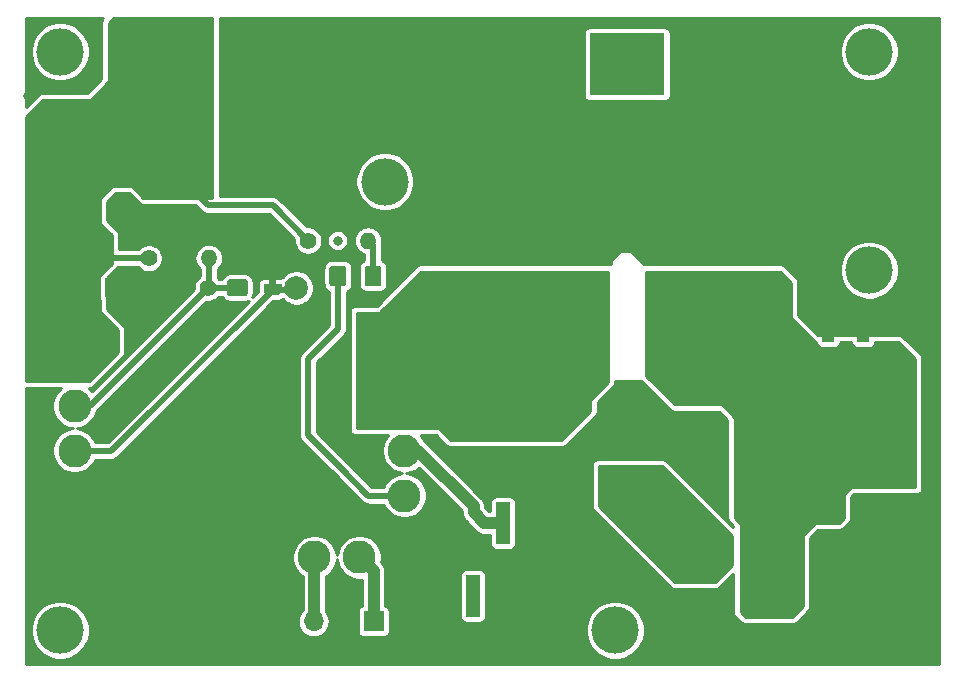
<source format=gtl>
G04 #@! TF.GenerationSoftware,KiCad,Pcbnew,(5.1.4)-1*
G04 #@! TF.CreationDate,2021-06-03T13:54:43-04:00*
G04 #@! TF.ProjectId,coil_power_mod,636f696c-5f70-46f7-9765-725f6d6f642e,rev?*
G04 #@! TF.SameCoordinates,Original*
G04 #@! TF.FileFunction,Copper,L1,Top*
G04 #@! TF.FilePolarity,Positive*
%FSLAX46Y46*%
G04 Gerber Fmt 4.6, Leading zero omitted, Abs format (unit mm)*
G04 Created by KiCad (PCBNEW (5.1.4)-1) date 2021-06-03 13:54:43*
%MOMM*%
%LPD*%
G04 APERTURE LIST*
%ADD10C,0.100000*%
%ADD11R,1.050000X2.200000*%
%ADD12R,1.000000X1.050000*%
%ADD13C,2.300000*%
%ADD14C,1.425000*%
%ADD15C,2.000000*%
%ADD16O,1.400000X1.400000*%
%ADD17C,1.400000*%
%ADD18C,0.500000*%
%ADD19C,1.525000*%
%ADD20R,2.000000X2.000000*%
%ADD21C,1.600000*%
%ADD22R,1.600000X1.600000*%
%ADD23R,1.190000X3.550000*%
%ADD24C,2.800000*%
%ADD25C,3.500000*%
%ADD26R,6.350000X5.280000*%
%ADD27R,5.330000X5.590000*%
%ADD28O,1.700000X1.700000*%
%ADD29R,1.700000X1.700000*%
%ADD30C,1.875000*%
%ADD31R,1.875000X1.875000*%
%ADD32C,1.150000*%
%ADD33C,4.000000*%
%ADD34C,0.800000*%
%ADD35C,0.500000*%
%ADD36C,1.000000*%
%ADD37C,0.250000*%
G04 APERTURE END LIST*
D10*
G36*
X113700000Y-52250000D02*
G01*
X113700000Y-52750000D01*
X114300000Y-52750000D01*
X114300000Y-52250000D01*
X113700000Y-52250000D01*
G37*
D11*
X164000000Y-56500000D03*
X161050000Y-56500000D03*
D12*
X162525000Y-58025000D03*
D13*
X166580000Y-75500000D03*
X166580000Y-78040000D03*
X166580000Y-80580000D03*
X161500000Y-80580000D03*
X161500000Y-78040000D03*
X161500000Y-75500000D03*
X166500000Y-62420000D03*
X166500000Y-64960000D03*
X166500000Y-67500000D03*
X161420000Y-67500000D03*
X161420000Y-64960000D03*
X161420000Y-62420000D03*
D10*
G36*
X167149504Y-55076204D02*
G01*
X167173773Y-55079804D01*
X167197571Y-55085765D01*
X167220671Y-55094030D01*
X167242849Y-55104520D01*
X167263893Y-55117133D01*
X167283598Y-55131747D01*
X167301777Y-55148223D01*
X167318253Y-55166402D01*
X167332867Y-55186107D01*
X167345480Y-55207151D01*
X167355970Y-55229329D01*
X167364235Y-55252429D01*
X167370196Y-55276227D01*
X167373796Y-55300496D01*
X167375000Y-55325000D01*
X167375000Y-56250000D01*
X167373796Y-56274504D01*
X167370196Y-56298773D01*
X167364235Y-56322571D01*
X167355970Y-56345671D01*
X167345480Y-56367849D01*
X167332867Y-56388893D01*
X167318253Y-56408598D01*
X167301777Y-56426777D01*
X167283598Y-56443253D01*
X167263893Y-56457867D01*
X167242849Y-56470480D01*
X167220671Y-56480970D01*
X167197571Y-56489235D01*
X167173773Y-56495196D01*
X167149504Y-56498796D01*
X167125000Y-56500000D01*
X165875000Y-56500000D01*
X165850496Y-56498796D01*
X165826227Y-56495196D01*
X165802429Y-56489235D01*
X165779329Y-56480970D01*
X165757151Y-56470480D01*
X165736107Y-56457867D01*
X165716402Y-56443253D01*
X165698223Y-56426777D01*
X165681747Y-56408598D01*
X165667133Y-56388893D01*
X165654520Y-56367849D01*
X165644030Y-56345671D01*
X165635765Y-56322571D01*
X165629804Y-56298773D01*
X165626204Y-56274504D01*
X165625000Y-56250000D01*
X165625000Y-55325000D01*
X165626204Y-55300496D01*
X165629804Y-55276227D01*
X165635765Y-55252429D01*
X165644030Y-55229329D01*
X165654520Y-55207151D01*
X165667133Y-55186107D01*
X165681747Y-55166402D01*
X165698223Y-55148223D01*
X165716402Y-55131747D01*
X165736107Y-55117133D01*
X165757151Y-55104520D01*
X165779329Y-55094030D01*
X165802429Y-55085765D01*
X165826227Y-55079804D01*
X165850496Y-55076204D01*
X165875000Y-55075000D01*
X167125000Y-55075000D01*
X167149504Y-55076204D01*
X167149504Y-55076204D01*
G37*
D14*
X166500000Y-55787500D03*
D10*
G36*
X167149504Y-58051204D02*
G01*
X167173773Y-58054804D01*
X167197571Y-58060765D01*
X167220671Y-58069030D01*
X167242849Y-58079520D01*
X167263893Y-58092133D01*
X167283598Y-58106747D01*
X167301777Y-58123223D01*
X167318253Y-58141402D01*
X167332867Y-58161107D01*
X167345480Y-58182151D01*
X167355970Y-58204329D01*
X167364235Y-58227429D01*
X167370196Y-58251227D01*
X167373796Y-58275496D01*
X167375000Y-58300000D01*
X167375000Y-59225000D01*
X167373796Y-59249504D01*
X167370196Y-59273773D01*
X167364235Y-59297571D01*
X167355970Y-59320671D01*
X167345480Y-59342849D01*
X167332867Y-59363893D01*
X167318253Y-59383598D01*
X167301777Y-59401777D01*
X167283598Y-59418253D01*
X167263893Y-59432867D01*
X167242849Y-59445480D01*
X167220671Y-59455970D01*
X167197571Y-59464235D01*
X167173773Y-59470196D01*
X167149504Y-59473796D01*
X167125000Y-59475000D01*
X165875000Y-59475000D01*
X165850496Y-59473796D01*
X165826227Y-59470196D01*
X165802429Y-59464235D01*
X165779329Y-59455970D01*
X165757151Y-59445480D01*
X165736107Y-59432867D01*
X165716402Y-59418253D01*
X165698223Y-59401777D01*
X165681747Y-59383598D01*
X165667133Y-59363893D01*
X165654520Y-59342849D01*
X165644030Y-59320671D01*
X165635765Y-59297571D01*
X165629804Y-59273773D01*
X165626204Y-59249504D01*
X165625000Y-59225000D01*
X165625000Y-58300000D01*
X165626204Y-58275496D01*
X165629804Y-58251227D01*
X165635765Y-58227429D01*
X165644030Y-58204329D01*
X165654520Y-58182151D01*
X165667133Y-58161107D01*
X165681747Y-58141402D01*
X165698223Y-58123223D01*
X165716402Y-58106747D01*
X165736107Y-58092133D01*
X165757151Y-58079520D01*
X165779329Y-58069030D01*
X165802429Y-58060765D01*
X165826227Y-58054804D01*
X165850496Y-58051204D01*
X165875000Y-58050000D01*
X167125000Y-58050000D01*
X167149504Y-58051204D01*
X167149504Y-58051204D01*
G37*
D14*
X166500000Y-58762500D03*
D10*
G36*
X130149504Y-66526204D02*
G01*
X130173773Y-66529804D01*
X130197571Y-66535765D01*
X130220671Y-66544030D01*
X130242849Y-66554520D01*
X130263893Y-66567133D01*
X130283598Y-66581747D01*
X130301777Y-66598223D01*
X130318253Y-66616402D01*
X130332867Y-66636107D01*
X130345480Y-66657151D01*
X130355970Y-66679329D01*
X130364235Y-66702429D01*
X130370196Y-66726227D01*
X130373796Y-66750496D01*
X130375000Y-66775000D01*
X130375000Y-67700000D01*
X130373796Y-67724504D01*
X130370196Y-67748773D01*
X130364235Y-67772571D01*
X130355970Y-67795671D01*
X130345480Y-67817849D01*
X130332867Y-67838893D01*
X130318253Y-67858598D01*
X130301777Y-67876777D01*
X130283598Y-67893253D01*
X130263893Y-67907867D01*
X130242849Y-67920480D01*
X130220671Y-67930970D01*
X130197571Y-67939235D01*
X130173773Y-67945196D01*
X130149504Y-67948796D01*
X130125000Y-67950000D01*
X128875000Y-67950000D01*
X128850496Y-67948796D01*
X128826227Y-67945196D01*
X128802429Y-67939235D01*
X128779329Y-67930970D01*
X128757151Y-67920480D01*
X128736107Y-67907867D01*
X128716402Y-67893253D01*
X128698223Y-67876777D01*
X128681747Y-67858598D01*
X128667133Y-67838893D01*
X128654520Y-67817849D01*
X128644030Y-67795671D01*
X128635765Y-67772571D01*
X128629804Y-67748773D01*
X128626204Y-67724504D01*
X128625000Y-67700000D01*
X128625000Y-66775000D01*
X128626204Y-66750496D01*
X128629804Y-66726227D01*
X128635765Y-66702429D01*
X128644030Y-66679329D01*
X128654520Y-66657151D01*
X128667133Y-66636107D01*
X128681747Y-66616402D01*
X128698223Y-66598223D01*
X128716402Y-66581747D01*
X128736107Y-66567133D01*
X128757151Y-66554520D01*
X128779329Y-66544030D01*
X128802429Y-66535765D01*
X128826227Y-66529804D01*
X128850496Y-66526204D01*
X128875000Y-66525000D01*
X130125000Y-66525000D01*
X130149504Y-66526204D01*
X130149504Y-66526204D01*
G37*
D14*
X129500000Y-67237500D03*
D10*
G36*
X130149504Y-63551204D02*
G01*
X130173773Y-63554804D01*
X130197571Y-63560765D01*
X130220671Y-63569030D01*
X130242849Y-63579520D01*
X130263893Y-63592133D01*
X130283598Y-63606747D01*
X130301777Y-63623223D01*
X130318253Y-63641402D01*
X130332867Y-63661107D01*
X130345480Y-63682151D01*
X130355970Y-63704329D01*
X130364235Y-63727429D01*
X130370196Y-63751227D01*
X130373796Y-63775496D01*
X130375000Y-63800000D01*
X130375000Y-64725000D01*
X130373796Y-64749504D01*
X130370196Y-64773773D01*
X130364235Y-64797571D01*
X130355970Y-64820671D01*
X130345480Y-64842849D01*
X130332867Y-64863893D01*
X130318253Y-64883598D01*
X130301777Y-64901777D01*
X130283598Y-64918253D01*
X130263893Y-64932867D01*
X130242849Y-64945480D01*
X130220671Y-64955970D01*
X130197571Y-64964235D01*
X130173773Y-64970196D01*
X130149504Y-64973796D01*
X130125000Y-64975000D01*
X128875000Y-64975000D01*
X128850496Y-64973796D01*
X128826227Y-64970196D01*
X128802429Y-64964235D01*
X128779329Y-64955970D01*
X128757151Y-64945480D01*
X128736107Y-64932867D01*
X128716402Y-64918253D01*
X128698223Y-64901777D01*
X128681747Y-64883598D01*
X128667133Y-64863893D01*
X128654520Y-64842849D01*
X128644030Y-64820671D01*
X128635765Y-64797571D01*
X128629804Y-64773773D01*
X128626204Y-64749504D01*
X128625000Y-64725000D01*
X128625000Y-63800000D01*
X128626204Y-63775496D01*
X128629804Y-63751227D01*
X128635765Y-63727429D01*
X128644030Y-63704329D01*
X128654520Y-63682151D01*
X128667133Y-63661107D01*
X128681747Y-63641402D01*
X128698223Y-63623223D01*
X128716402Y-63606747D01*
X128736107Y-63592133D01*
X128757151Y-63579520D01*
X128779329Y-63569030D01*
X128802429Y-63560765D01*
X128826227Y-63554804D01*
X128850496Y-63551204D01*
X128875000Y-63550000D01*
X130125000Y-63550000D01*
X130149504Y-63551204D01*
X130149504Y-63551204D01*
G37*
D14*
X129500000Y-64262500D03*
D15*
X116000000Y-53000000D03*
X113500000Y-49000000D03*
D16*
X103420000Y-53000000D03*
D17*
X108500000Y-53000000D03*
D16*
X108580000Y-50500000D03*
D17*
X103500000Y-50500000D03*
D16*
X122080000Y-49000000D03*
D17*
X117000000Y-49000000D03*
D18*
X114000000Y-53150000D03*
D10*
G36*
X114750000Y-52650000D02*
G01*
X114750000Y-53150000D01*
X114749398Y-53150000D01*
X114749398Y-53174534D01*
X114744588Y-53223365D01*
X114735016Y-53271490D01*
X114720772Y-53318445D01*
X114701995Y-53363778D01*
X114678864Y-53407051D01*
X114651604Y-53447850D01*
X114620476Y-53485779D01*
X114585779Y-53520476D01*
X114547850Y-53551604D01*
X114507051Y-53578864D01*
X114463778Y-53601995D01*
X114418445Y-53620772D01*
X114371490Y-53635016D01*
X114323365Y-53644588D01*
X114274534Y-53649398D01*
X114250000Y-53649398D01*
X114250000Y-53650000D01*
X113750000Y-53650000D01*
X113750000Y-53649398D01*
X113725466Y-53649398D01*
X113676635Y-53644588D01*
X113628510Y-53635016D01*
X113581555Y-53620772D01*
X113536222Y-53601995D01*
X113492949Y-53578864D01*
X113452150Y-53551604D01*
X113414221Y-53520476D01*
X113379524Y-53485779D01*
X113348396Y-53447850D01*
X113321136Y-53407051D01*
X113298005Y-53363778D01*
X113279228Y-53318445D01*
X113264984Y-53271490D01*
X113255412Y-53223365D01*
X113250602Y-53174534D01*
X113250602Y-53150000D01*
X113250000Y-53150000D01*
X113250000Y-52650000D01*
X114750000Y-52650000D01*
X114750000Y-52650000D01*
G37*
D18*
X114000000Y-51850000D03*
D10*
G36*
X113250602Y-51850000D02*
G01*
X113250602Y-51825466D01*
X113255412Y-51776635D01*
X113264984Y-51728510D01*
X113279228Y-51681555D01*
X113298005Y-51636222D01*
X113321136Y-51592949D01*
X113348396Y-51552150D01*
X113379524Y-51514221D01*
X113414221Y-51479524D01*
X113452150Y-51448396D01*
X113492949Y-51421136D01*
X113536222Y-51398005D01*
X113581555Y-51379228D01*
X113628510Y-51364984D01*
X113676635Y-51355412D01*
X113725466Y-51350602D01*
X113750000Y-51350602D01*
X113750000Y-51350000D01*
X114250000Y-51350000D01*
X114250000Y-51350602D01*
X114274534Y-51350602D01*
X114323365Y-51355412D01*
X114371490Y-51364984D01*
X114418445Y-51379228D01*
X114463778Y-51398005D01*
X114507051Y-51421136D01*
X114547850Y-51448396D01*
X114585779Y-51479524D01*
X114620476Y-51514221D01*
X114651604Y-51552150D01*
X114678864Y-51592949D01*
X114701995Y-51636222D01*
X114720772Y-51681555D01*
X114735016Y-51728510D01*
X114744588Y-51776635D01*
X114749398Y-51825466D01*
X114749398Y-51850000D01*
X114750000Y-51850000D01*
X114750000Y-52350000D01*
X113250000Y-52350000D01*
X113250000Y-51850000D01*
X113250602Y-51850000D01*
X113250602Y-51850000D01*
G37*
D16*
X144500000Y-64420000D03*
D17*
X144500000Y-69500000D03*
D10*
G36*
X144949505Y-63251204D02*
G01*
X144973773Y-63254804D01*
X144997572Y-63260765D01*
X145020671Y-63269030D01*
X145042850Y-63279520D01*
X145063893Y-63292132D01*
X145083599Y-63306747D01*
X145101777Y-63323223D01*
X145118253Y-63341401D01*
X145132868Y-63361107D01*
X145145480Y-63382150D01*
X145155970Y-63404329D01*
X145164235Y-63427428D01*
X145170196Y-63451227D01*
X145173796Y-63475495D01*
X145175000Y-63499999D01*
X145175000Y-64525001D01*
X145173796Y-64549505D01*
X145170196Y-64573773D01*
X145164235Y-64597572D01*
X145155970Y-64620671D01*
X145145480Y-64642850D01*
X145132868Y-64663893D01*
X145118253Y-64683599D01*
X145101777Y-64701777D01*
X145083599Y-64718253D01*
X145063893Y-64732868D01*
X145042850Y-64745480D01*
X145020671Y-64755970D01*
X144997572Y-64764235D01*
X144973773Y-64770196D01*
X144949505Y-64773796D01*
X144925001Y-64775000D01*
X142074999Y-64775000D01*
X142050495Y-64773796D01*
X142026227Y-64770196D01*
X142002428Y-64764235D01*
X141979329Y-64755970D01*
X141957150Y-64745480D01*
X141936107Y-64732868D01*
X141916401Y-64718253D01*
X141898223Y-64701777D01*
X141881747Y-64683599D01*
X141867132Y-64663893D01*
X141854520Y-64642850D01*
X141844030Y-64620671D01*
X141835765Y-64597572D01*
X141829804Y-64573773D01*
X141826204Y-64549505D01*
X141825000Y-64525001D01*
X141825000Y-63499999D01*
X141826204Y-63475495D01*
X141829804Y-63451227D01*
X141835765Y-63427428D01*
X141844030Y-63404329D01*
X141854520Y-63382150D01*
X141867132Y-63361107D01*
X141881747Y-63341401D01*
X141898223Y-63323223D01*
X141916401Y-63306747D01*
X141936107Y-63292132D01*
X141957150Y-63279520D01*
X141979329Y-63269030D01*
X142002428Y-63260765D01*
X142026227Y-63254804D01*
X142050495Y-63251204D01*
X142074999Y-63250000D01*
X144925001Y-63250000D01*
X144949505Y-63251204D01*
X144949505Y-63251204D01*
G37*
D19*
X143500000Y-64012500D03*
D10*
G36*
X144949505Y-69226204D02*
G01*
X144973773Y-69229804D01*
X144997572Y-69235765D01*
X145020671Y-69244030D01*
X145042850Y-69254520D01*
X145063893Y-69267132D01*
X145083599Y-69281747D01*
X145101777Y-69298223D01*
X145118253Y-69316401D01*
X145132868Y-69336107D01*
X145145480Y-69357150D01*
X145155970Y-69379329D01*
X145164235Y-69402428D01*
X145170196Y-69426227D01*
X145173796Y-69450495D01*
X145175000Y-69474999D01*
X145175000Y-70500001D01*
X145173796Y-70524505D01*
X145170196Y-70548773D01*
X145164235Y-70572572D01*
X145155970Y-70595671D01*
X145145480Y-70617850D01*
X145132868Y-70638893D01*
X145118253Y-70658599D01*
X145101777Y-70676777D01*
X145083599Y-70693253D01*
X145063893Y-70707868D01*
X145042850Y-70720480D01*
X145020671Y-70730970D01*
X144997572Y-70739235D01*
X144973773Y-70745196D01*
X144949505Y-70748796D01*
X144925001Y-70750000D01*
X142074999Y-70750000D01*
X142050495Y-70748796D01*
X142026227Y-70745196D01*
X142002428Y-70739235D01*
X141979329Y-70730970D01*
X141957150Y-70720480D01*
X141936107Y-70707868D01*
X141916401Y-70693253D01*
X141898223Y-70676777D01*
X141881747Y-70658599D01*
X141867132Y-70638893D01*
X141854520Y-70617850D01*
X141844030Y-70595671D01*
X141835765Y-70572572D01*
X141829804Y-70548773D01*
X141826204Y-70524505D01*
X141825000Y-70500001D01*
X141825000Y-69474999D01*
X141826204Y-69450495D01*
X141829804Y-69426227D01*
X141835765Y-69402428D01*
X141844030Y-69379329D01*
X141854520Y-69357150D01*
X141867132Y-69336107D01*
X141881747Y-69316401D01*
X141898223Y-69298223D01*
X141916401Y-69281747D01*
X141936107Y-69267132D01*
X141957150Y-69254520D01*
X141979329Y-69244030D01*
X142002428Y-69235765D01*
X142026227Y-69229804D01*
X142050495Y-69226204D01*
X142074999Y-69225000D01*
X144925001Y-69225000D01*
X144949505Y-69226204D01*
X144949505Y-69226204D01*
G37*
D19*
X143500000Y-69987500D03*
D15*
X149827856Y-74000000D03*
D20*
X156172144Y-78000000D03*
D15*
X150500000Y-76000000D03*
D20*
X155500000Y-76000000D03*
D21*
X101000000Y-46000000D03*
D22*
X97500000Y-46000000D03*
D23*
X136040000Y-79075000D03*
X133500000Y-72925000D03*
X130960000Y-79075000D03*
D24*
X97235000Y-63005000D03*
X121335000Y-75805000D03*
X117535000Y-75805000D03*
D25*
X125135000Y-59205000D03*
D24*
X125135000Y-63005000D03*
X125135000Y-66805000D03*
X125135000Y-70605000D03*
D25*
X125135000Y-74405000D03*
D24*
X97235000Y-74405000D03*
X97235000Y-66805000D03*
X97235000Y-59205000D03*
D26*
X144000000Y-34080000D03*
D27*
X149075000Y-56155000D03*
X138925000Y-56155000D03*
D28*
X114920000Y-81250000D03*
X117460000Y-81250000D03*
X120000000Y-81250000D03*
D29*
X122540000Y-81250000D03*
D30*
X112000000Y-37500000D03*
X112000000Y-42500000D03*
X107000000Y-37500000D03*
D31*
X107000000Y-42500000D03*
D10*
G36*
X122974504Y-51126204D02*
G01*
X122998773Y-51129804D01*
X123022571Y-51135765D01*
X123045671Y-51144030D01*
X123067849Y-51154520D01*
X123088893Y-51167133D01*
X123108598Y-51181747D01*
X123126777Y-51198223D01*
X123143253Y-51216402D01*
X123157867Y-51236107D01*
X123170480Y-51257151D01*
X123180970Y-51279329D01*
X123189235Y-51302429D01*
X123195196Y-51326227D01*
X123198796Y-51350496D01*
X123200000Y-51375000D01*
X123200000Y-52625000D01*
X123198796Y-52649504D01*
X123195196Y-52673773D01*
X123189235Y-52697571D01*
X123180970Y-52720671D01*
X123170480Y-52742849D01*
X123157867Y-52763893D01*
X123143253Y-52783598D01*
X123126777Y-52801777D01*
X123108598Y-52818253D01*
X123088893Y-52832867D01*
X123067849Y-52845480D01*
X123045671Y-52855970D01*
X123022571Y-52864235D01*
X122998773Y-52870196D01*
X122974504Y-52873796D01*
X122950000Y-52875000D01*
X122025000Y-52875000D01*
X122000496Y-52873796D01*
X121976227Y-52870196D01*
X121952429Y-52864235D01*
X121929329Y-52855970D01*
X121907151Y-52845480D01*
X121886107Y-52832867D01*
X121866402Y-52818253D01*
X121848223Y-52801777D01*
X121831747Y-52783598D01*
X121817133Y-52763893D01*
X121804520Y-52742849D01*
X121794030Y-52720671D01*
X121785765Y-52697571D01*
X121779804Y-52673773D01*
X121776204Y-52649504D01*
X121775000Y-52625000D01*
X121775000Y-51375000D01*
X121776204Y-51350496D01*
X121779804Y-51326227D01*
X121785765Y-51302429D01*
X121794030Y-51279329D01*
X121804520Y-51257151D01*
X121817133Y-51236107D01*
X121831747Y-51216402D01*
X121848223Y-51198223D01*
X121866402Y-51181747D01*
X121886107Y-51167133D01*
X121907151Y-51154520D01*
X121929329Y-51144030D01*
X121952429Y-51135765D01*
X121976227Y-51129804D01*
X122000496Y-51126204D01*
X122025000Y-51125000D01*
X122950000Y-51125000D01*
X122974504Y-51126204D01*
X122974504Y-51126204D01*
G37*
D14*
X122487500Y-52000000D03*
D10*
G36*
X119999504Y-51126204D02*
G01*
X120023773Y-51129804D01*
X120047571Y-51135765D01*
X120070671Y-51144030D01*
X120092849Y-51154520D01*
X120113893Y-51167133D01*
X120133598Y-51181747D01*
X120151777Y-51198223D01*
X120168253Y-51216402D01*
X120182867Y-51236107D01*
X120195480Y-51257151D01*
X120205970Y-51279329D01*
X120214235Y-51302429D01*
X120220196Y-51326227D01*
X120223796Y-51350496D01*
X120225000Y-51375000D01*
X120225000Y-52625000D01*
X120223796Y-52649504D01*
X120220196Y-52673773D01*
X120214235Y-52697571D01*
X120205970Y-52720671D01*
X120195480Y-52742849D01*
X120182867Y-52763893D01*
X120168253Y-52783598D01*
X120151777Y-52801777D01*
X120133598Y-52818253D01*
X120113893Y-52832867D01*
X120092849Y-52845480D01*
X120070671Y-52855970D01*
X120047571Y-52864235D01*
X120023773Y-52870196D01*
X119999504Y-52873796D01*
X119975000Y-52875000D01*
X119050000Y-52875000D01*
X119025496Y-52873796D01*
X119001227Y-52870196D01*
X118977429Y-52864235D01*
X118954329Y-52855970D01*
X118932151Y-52845480D01*
X118911107Y-52832867D01*
X118891402Y-52818253D01*
X118873223Y-52801777D01*
X118856747Y-52783598D01*
X118842133Y-52763893D01*
X118829520Y-52742849D01*
X118819030Y-52720671D01*
X118810765Y-52697571D01*
X118804804Y-52673773D01*
X118801204Y-52649504D01*
X118800000Y-52625000D01*
X118800000Y-51375000D01*
X118801204Y-51350496D01*
X118804804Y-51326227D01*
X118810765Y-51302429D01*
X118819030Y-51279329D01*
X118829520Y-51257151D01*
X118842133Y-51236107D01*
X118856747Y-51216402D01*
X118873223Y-51198223D01*
X118891402Y-51181747D01*
X118911107Y-51167133D01*
X118932151Y-51154520D01*
X118954329Y-51144030D01*
X118977429Y-51135765D01*
X119001227Y-51129804D01*
X119025496Y-51126204D01*
X119050000Y-51125000D01*
X119975000Y-51125000D01*
X119999504Y-51126204D01*
X119999504Y-51126204D01*
G37*
D14*
X119512500Y-52000000D03*
D10*
G36*
X163849505Y-70801204D02*
G01*
X163873773Y-70804804D01*
X163897572Y-70810765D01*
X163920671Y-70819030D01*
X163942850Y-70829520D01*
X163963893Y-70842132D01*
X163983599Y-70856747D01*
X164001777Y-70873223D01*
X164018253Y-70891401D01*
X164032868Y-70911107D01*
X164045480Y-70932150D01*
X164055970Y-70954329D01*
X164064235Y-70977428D01*
X164070196Y-71001227D01*
X164073796Y-71025495D01*
X164075000Y-71049999D01*
X164075000Y-71950001D01*
X164073796Y-71974505D01*
X164070196Y-71998773D01*
X164064235Y-72022572D01*
X164055970Y-72045671D01*
X164045480Y-72067850D01*
X164032868Y-72088893D01*
X164018253Y-72108599D01*
X164001777Y-72126777D01*
X163983599Y-72143253D01*
X163963893Y-72157868D01*
X163942850Y-72170480D01*
X163920671Y-72180970D01*
X163897572Y-72189235D01*
X163873773Y-72195196D01*
X163849505Y-72198796D01*
X163825001Y-72200000D01*
X163174999Y-72200000D01*
X163150495Y-72198796D01*
X163126227Y-72195196D01*
X163102428Y-72189235D01*
X163079329Y-72180970D01*
X163057150Y-72170480D01*
X163036107Y-72157868D01*
X163016401Y-72143253D01*
X162998223Y-72126777D01*
X162981747Y-72108599D01*
X162967132Y-72088893D01*
X162954520Y-72067850D01*
X162944030Y-72045671D01*
X162935765Y-72022572D01*
X162929804Y-71998773D01*
X162926204Y-71974505D01*
X162925000Y-71950001D01*
X162925000Y-71049999D01*
X162926204Y-71025495D01*
X162929804Y-71001227D01*
X162935765Y-70977428D01*
X162944030Y-70954329D01*
X162954520Y-70932150D01*
X162967132Y-70911107D01*
X162981747Y-70891401D01*
X162998223Y-70873223D01*
X163016401Y-70856747D01*
X163036107Y-70842132D01*
X163057150Y-70829520D01*
X163079329Y-70819030D01*
X163102428Y-70810765D01*
X163126227Y-70804804D01*
X163150495Y-70801204D01*
X163174999Y-70800000D01*
X163825001Y-70800000D01*
X163849505Y-70801204D01*
X163849505Y-70801204D01*
G37*
D32*
X163500000Y-71500000D03*
D10*
G36*
X161799505Y-70801204D02*
G01*
X161823773Y-70804804D01*
X161847572Y-70810765D01*
X161870671Y-70819030D01*
X161892850Y-70829520D01*
X161913893Y-70842132D01*
X161933599Y-70856747D01*
X161951777Y-70873223D01*
X161968253Y-70891401D01*
X161982868Y-70911107D01*
X161995480Y-70932150D01*
X162005970Y-70954329D01*
X162014235Y-70977428D01*
X162020196Y-71001227D01*
X162023796Y-71025495D01*
X162025000Y-71049999D01*
X162025000Y-71950001D01*
X162023796Y-71974505D01*
X162020196Y-71998773D01*
X162014235Y-72022572D01*
X162005970Y-72045671D01*
X161995480Y-72067850D01*
X161982868Y-72088893D01*
X161968253Y-72108599D01*
X161951777Y-72126777D01*
X161933599Y-72143253D01*
X161913893Y-72157868D01*
X161892850Y-72170480D01*
X161870671Y-72180970D01*
X161847572Y-72189235D01*
X161823773Y-72195196D01*
X161799505Y-72198796D01*
X161775001Y-72200000D01*
X161124999Y-72200000D01*
X161100495Y-72198796D01*
X161076227Y-72195196D01*
X161052428Y-72189235D01*
X161029329Y-72180970D01*
X161007150Y-72170480D01*
X160986107Y-72157868D01*
X160966401Y-72143253D01*
X160948223Y-72126777D01*
X160931747Y-72108599D01*
X160917132Y-72088893D01*
X160904520Y-72067850D01*
X160894030Y-72045671D01*
X160885765Y-72022572D01*
X160879804Y-71998773D01*
X160876204Y-71974505D01*
X160875000Y-71950001D01*
X160875000Y-71049999D01*
X160876204Y-71025495D01*
X160879804Y-71001227D01*
X160885765Y-70977428D01*
X160894030Y-70954329D01*
X160904520Y-70932150D01*
X160917132Y-70911107D01*
X160931747Y-70891401D01*
X160948223Y-70873223D01*
X160966401Y-70856747D01*
X160986107Y-70842132D01*
X161007150Y-70829520D01*
X161029329Y-70819030D01*
X161052428Y-70810765D01*
X161076227Y-70804804D01*
X161100495Y-70801204D01*
X161124999Y-70800000D01*
X161775001Y-70800000D01*
X161799505Y-70801204D01*
X161799505Y-70801204D01*
G37*
D32*
X161450000Y-71500000D03*
D21*
X151000000Y-65500000D03*
D22*
X154500000Y-65500000D03*
D21*
X136000000Y-67500000D03*
D22*
X136000000Y-64000000D03*
D10*
G36*
X111649504Y-49301204D02*
G01*
X111673773Y-49304804D01*
X111697571Y-49310765D01*
X111720671Y-49319030D01*
X111742849Y-49329520D01*
X111763893Y-49342133D01*
X111783598Y-49356747D01*
X111801777Y-49373223D01*
X111818253Y-49391402D01*
X111832867Y-49411107D01*
X111845480Y-49432151D01*
X111855970Y-49454329D01*
X111864235Y-49477429D01*
X111870196Y-49501227D01*
X111873796Y-49525496D01*
X111875000Y-49550000D01*
X111875000Y-50475000D01*
X111873796Y-50499504D01*
X111870196Y-50523773D01*
X111864235Y-50547571D01*
X111855970Y-50570671D01*
X111845480Y-50592849D01*
X111832867Y-50613893D01*
X111818253Y-50633598D01*
X111801777Y-50651777D01*
X111783598Y-50668253D01*
X111763893Y-50682867D01*
X111742849Y-50695480D01*
X111720671Y-50705970D01*
X111697571Y-50714235D01*
X111673773Y-50720196D01*
X111649504Y-50723796D01*
X111625000Y-50725000D01*
X110375000Y-50725000D01*
X110350496Y-50723796D01*
X110326227Y-50720196D01*
X110302429Y-50714235D01*
X110279329Y-50705970D01*
X110257151Y-50695480D01*
X110236107Y-50682867D01*
X110216402Y-50668253D01*
X110198223Y-50651777D01*
X110181747Y-50633598D01*
X110167133Y-50613893D01*
X110154520Y-50592849D01*
X110144030Y-50570671D01*
X110135765Y-50547571D01*
X110129804Y-50523773D01*
X110126204Y-50499504D01*
X110125000Y-50475000D01*
X110125000Y-49550000D01*
X110126204Y-49525496D01*
X110129804Y-49501227D01*
X110135765Y-49477429D01*
X110144030Y-49454329D01*
X110154520Y-49432151D01*
X110167133Y-49411107D01*
X110181747Y-49391402D01*
X110198223Y-49373223D01*
X110216402Y-49356747D01*
X110236107Y-49342133D01*
X110257151Y-49329520D01*
X110279329Y-49319030D01*
X110302429Y-49310765D01*
X110326227Y-49304804D01*
X110350496Y-49301204D01*
X110375000Y-49300000D01*
X111625000Y-49300000D01*
X111649504Y-49301204D01*
X111649504Y-49301204D01*
G37*
D14*
X111000000Y-50012500D03*
D10*
G36*
X111649504Y-52276204D02*
G01*
X111673773Y-52279804D01*
X111697571Y-52285765D01*
X111720671Y-52294030D01*
X111742849Y-52304520D01*
X111763893Y-52317133D01*
X111783598Y-52331747D01*
X111801777Y-52348223D01*
X111818253Y-52366402D01*
X111832867Y-52386107D01*
X111845480Y-52407151D01*
X111855970Y-52429329D01*
X111864235Y-52452429D01*
X111870196Y-52476227D01*
X111873796Y-52500496D01*
X111875000Y-52525000D01*
X111875000Y-53450000D01*
X111873796Y-53474504D01*
X111870196Y-53498773D01*
X111864235Y-53522571D01*
X111855970Y-53545671D01*
X111845480Y-53567849D01*
X111832867Y-53588893D01*
X111818253Y-53608598D01*
X111801777Y-53626777D01*
X111783598Y-53643253D01*
X111763893Y-53657867D01*
X111742849Y-53670480D01*
X111720671Y-53680970D01*
X111697571Y-53689235D01*
X111673773Y-53695196D01*
X111649504Y-53698796D01*
X111625000Y-53700000D01*
X110375000Y-53700000D01*
X110350496Y-53698796D01*
X110326227Y-53695196D01*
X110302429Y-53689235D01*
X110279329Y-53680970D01*
X110257151Y-53670480D01*
X110236107Y-53657867D01*
X110216402Y-53643253D01*
X110198223Y-53626777D01*
X110181747Y-53608598D01*
X110167133Y-53588893D01*
X110154520Y-53567849D01*
X110144030Y-53545671D01*
X110135765Y-53522571D01*
X110129804Y-53498773D01*
X110126204Y-53474504D01*
X110125000Y-53450000D01*
X110125000Y-52525000D01*
X110126204Y-52500496D01*
X110129804Y-52476227D01*
X110135765Y-52452429D01*
X110144030Y-52429329D01*
X110154520Y-52407151D01*
X110167133Y-52386107D01*
X110181747Y-52366402D01*
X110198223Y-52348223D01*
X110216402Y-52331747D01*
X110236107Y-52317133D01*
X110257151Y-52304520D01*
X110279329Y-52294030D01*
X110302429Y-52285765D01*
X110326227Y-52279804D01*
X110350496Y-52276204D01*
X110375000Y-52275000D01*
X111625000Y-52275000D01*
X111649504Y-52276204D01*
X111649504Y-52276204D01*
G37*
D14*
X111000000Y-52987500D03*
D10*
G36*
X100962004Y-52126204D02*
G01*
X100986273Y-52129804D01*
X101010071Y-52135765D01*
X101033171Y-52144030D01*
X101055349Y-52154520D01*
X101076393Y-52167133D01*
X101096098Y-52181747D01*
X101114277Y-52198223D01*
X101130753Y-52216402D01*
X101145367Y-52236107D01*
X101157980Y-52257151D01*
X101168470Y-52279329D01*
X101176735Y-52302429D01*
X101182696Y-52326227D01*
X101186296Y-52350496D01*
X101187500Y-52375000D01*
X101187500Y-53625000D01*
X101186296Y-53649504D01*
X101182696Y-53673773D01*
X101176735Y-53697571D01*
X101168470Y-53720671D01*
X101157980Y-53742849D01*
X101145367Y-53763893D01*
X101130753Y-53783598D01*
X101114277Y-53801777D01*
X101096098Y-53818253D01*
X101076393Y-53832867D01*
X101055349Y-53845480D01*
X101033171Y-53855970D01*
X101010071Y-53864235D01*
X100986273Y-53870196D01*
X100962004Y-53873796D01*
X100937500Y-53875000D01*
X100012500Y-53875000D01*
X99987996Y-53873796D01*
X99963727Y-53870196D01*
X99939929Y-53864235D01*
X99916829Y-53855970D01*
X99894651Y-53845480D01*
X99873607Y-53832867D01*
X99853902Y-53818253D01*
X99835723Y-53801777D01*
X99819247Y-53783598D01*
X99804633Y-53763893D01*
X99792020Y-53742849D01*
X99781530Y-53720671D01*
X99773265Y-53697571D01*
X99767304Y-53673773D01*
X99763704Y-53649504D01*
X99762500Y-53625000D01*
X99762500Y-52375000D01*
X99763704Y-52350496D01*
X99767304Y-52326227D01*
X99773265Y-52302429D01*
X99781530Y-52279329D01*
X99792020Y-52257151D01*
X99804633Y-52236107D01*
X99819247Y-52216402D01*
X99835723Y-52198223D01*
X99853902Y-52181747D01*
X99873607Y-52167133D01*
X99894651Y-52154520D01*
X99916829Y-52144030D01*
X99939929Y-52135765D01*
X99963727Y-52129804D01*
X99987996Y-52126204D01*
X100012500Y-52125000D01*
X100937500Y-52125000D01*
X100962004Y-52126204D01*
X100962004Y-52126204D01*
G37*
D14*
X100475000Y-53000000D03*
D10*
G36*
X97987004Y-52126204D02*
G01*
X98011273Y-52129804D01*
X98035071Y-52135765D01*
X98058171Y-52144030D01*
X98080349Y-52154520D01*
X98101393Y-52167133D01*
X98121098Y-52181747D01*
X98139277Y-52198223D01*
X98155753Y-52216402D01*
X98170367Y-52236107D01*
X98182980Y-52257151D01*
X98193470Y-52279329D01*
X98201735Y-52302429D01*
X98207696Y-52326227D01*
X98211296Y-52350496D01*
X98212500Y-52375000D01*
X98212500Y-53625000D01*
X98211296Y-53649504D01*
X98207696Y-53673773D01*
X98201735Y-53697571D01*
X98193470Y-53720671D01*
X98182980Y-53742849D01*
X98170367Y-53763893D01*
X98155753Y-53783598D01*
X98139277Y-53801777D01*
X98121098Y-53818253D01*
X98101393Y-53832867D01*
X98080349Y-53845480D01*
X98058171Y-53855970D01*
X98035071Y-53864235D01*
X98011273Y-53870196D01*
X97987004Y-53873796D01*
X97962500Y-53875000D01*
X97037500Y-53875000D01*
X97012996Y-53873796D01*
X96988727Y-53870196D01*
X96964929Y-53864235D01*
X96941829Y-53855970D01*
X96919651Y-53845480D01*
X96898607Y-53832867D01*
X96878902Y-53818253D01*
X96860723Y-53801777D01*
X96844247Y-53783598D01*
X96829633Y-53763893D01*
X96817020Y-53742849D01*
X96806530Y-53720671D01*
X96798265Y-53697571D01*
X96792304Y-53673773D01*
X96788704Y-53649504D01*
X96787500Y-53625000D01*
X96787500Y-52375000D01*
X96788704Y-52350496D01*
X96792304Y-52326227D01*
X96798265Y-52302429D01*
X96806530Y-52279329D01*
X96817020Y-52257151D01*
X96829633Y-52236107D01*
X96844247Y-52216402D01*
X96860723Y-52198223D01*
X96878902Y-52181747D01*
X96898607Y-52167133D01*
X96919651Y-52154520D01*
X96941829Y-52144030D01*
X96964929Y-52135765D01*
X96988727Y-52129804D01*
X97012996Y-52126204D01*
X97037500Y-52125000D01*
X97962500Y-52125000D01*
X97987004Y-52126204D01*
X97987004Y-52126204D01*
G37*
D14*
X97500000Y-53000000D03*
D33*
X143000000Y-82000000D03*
X164500000Y-51500000D03*
X164500000Y-33000000D03*
X96000000Y-33000000D03*
X123500000Y-44000000D03*
X96000000Y-82000000D03*
D34*
X119500000Y-49000000D03*
X108500000Y-56000000D03*
X100500000Y-64000000D03*
X102500000Y-62000000D03*
X104500000Y-60000000D03*
X106500000Y-58000000D03*
X109500000Y-55000000D03*
X99000000Y-65000000D03*
X118000000Y-54500000D03*
X118000000Y-56000000D03*
X117000000Y-57000000D03*
X116000000Y-58000000D03*
X115000000Y-59000000D03*
X115000000Y-60500000D03*
X115000000Y-62000000D03*
X115000000Y-63500000D03*
X115000000Y-65000000D03*
X115500000Y-66500000D03*
X116500000Y-67500000D03*
X117500000Y-68500000D03*
X118500000Y-69500000D03*
X119500000Y-70500000D03*
X120500000Y-71500000D03*
X121500000Y-72500000D03*
X123000000Y-72500000D03*
X119500000Y-73500000D03*
X115500000Y-73500000D03*
X115500000Y-77500000D03*
X119500000Y-77500000D03*
X124750000Y-78000000D03*
X106500000Y-53000000D03*
X105500000Y-54000000D03*
X104500000Y-55000000D03*
X103500000Y-56000000D03*
X102500000Y-57000000D03*
X101500000Y-55000000D03*
X102000000Y-52000000D03*
X106500000Y-51500000D03*
X106500000Y-50000000D03*
X107500000Y-48500000D03*
X109500000Y-48500000D03*
X112500000Y-51500000D03*
X110000000Y-51500000D03*
X112000000Y-48000000D03*
X102000000Y-49000000D03*
X103500000Y-48500000D03*
X105500000Y-48500000D03*
X103500000Y-46500000D03*
X105000000Y-46500000D03*
X107000000Y-46500000D03*
X98000000Y-36000000D03*
X99000000Y-35000000D03*
X128500000Y-66750000D03*
X129500000Y-67500000D03*
X130250000Y-68250000D03*
X131000000Y-69000000D03*
X131750000Y-69750000D03*
X132750000Y-70000000D03*
X133750000Y-70000000D03*
X134750000Y-70000000D03*
X135500000Y-70750000D03*
X135500000Y-71750000D03*
X135500000Y-72750000D03*
X135500000Y-73750000D03*
X135500000Y-74750000D03*
X135000000Y-75750000D03*
X134000000Y-75750000D03*
X133000000Y-75750000D03*
X132000000Y-75750000D03*
X131000000Y-75750000D03*
X131000000Y-74500000D03*
X130250000Y-73750000D03*
X129500000Y-73000000D03*
X128750000Y-72250000D03*
X128000000Y-71250000D03*
X119750000Y-58500000D03*
X118750000Y-59250000D03*
X118250000Y-60250000D03*
X118250000Y-61500000D03*
X118250000Y-62750000D03*
X118250000Y-64000000D03*
X118750000Y-65250000D03*
X119500000Y-66000000D03*
X120250000Y-66750000D03*
X121000000Y-67500000D03*
X121750000Y-68250000D03*
X120000000Y-60000000D03*
X120000000Y-61500000D03*
X120000000Y-63000000D03*
X120000000Y-64500000D03*
X121500000Y-66250000D03*
X122750000Y-66250000D03*
X123250000Y-68250000D03*
X131000000Y-67250000D03*
X132250000Y-67250000D03*
X133500000Y-67250000D03*
X134250000Y-68500000D03*
X136500000Y-69250000D03*
X137500000Y-68250000D03*
X135250000Y-69000000D03*
X137750000Y-67000000D03*
X139000000Y-67000000D03*
X140000000Y-66000000D03*
X141000000Y-65000000D03*
X142000000Y-65750000D03*
X143500000Y-65750000D03*
X145000000Y-65750000D03*
X146500000Y-65750000D03*
X147250000Y-64750000D03*
X147000000Y-63500000D03*
X148750000Y-64000000D03*
X148250000Y-65750000D03*
X142750000Y-67000000D03*
X144250000Y-67000000D03*
X145750000Y-67000000D03*
X147500000Y-67000000D03*
X148500000Y-67750000D03*
X149500000Y-68750000D03*
X150250000Y-69500000D03*
X151000000Y-70250000D03*
X151750000Y-71000000D03*
X150000000Y-64000000D03*
X151500000Y-64000000D03*
X152000000Y-66750000D03*
X152000000Y-68000000D03*
X152000000Y-69250000D03*
X149500000Y-65750000D03*
X150250000Y-67000000D03*
X140250000Y-68250000D03*
X140250000Y-69750000D03*
X140250000Y-71500000D03*
X141000000Y-73250000D03*
X142250000Y-74500000D03*
X143500000Y-75750000D03*
X145000000Y-77250000D03*
X146500000Y-78750000D03*
X148250000Y-79500000D03*
X150000000Y-79500000D03*
X151500000Y-79500000D03*
X152500000Y-78500000D03*
X152500000Y-81250000D03*
X153750000Y-82500000D03*
X155500000Y-82500000D03*
X157250000Y-82500000D03*
X159000000Y-82500000D03*
X138750000Y-69250000D03*
X137000000Y-70750000D03*
X138750000Y-70750000D03*
X127000000Y-49000000D03*
X129500000Y-49000000D03*
X132000000Y-49000000D03*
X134500000Y-49000000D03*
X137000000Y-49000000D03*
X139500000Y-49000000D03*
X142000000Y-49000000D03*
X144500000Y-49000000D03*
X147000000Y-49000000D03*
X149500000Y-49000000D03*
X152000000Y-49000000D03*
X154500000Y-49000000D03*
X157000000Y-49000000D03*
X159500000Y-49000000D03*
X117000000Y-32500000D03*
X116000000Y-33500000D03*
X118000000Y-33500000D03*
X117000000Y-34500000D03*
X116000000Y-35500000D03*
X118000000Y-35500000D03*
X117000000Y-36500000D03*
X116000000Y-37500000D03*
X118000000Y-37500000D03*
X117000000Y-38500000D03*
X116000000Y-39500000D03*
X118000000Y-39500000D03*
X117000000Y-40500000D03*
X116000000Y-41500000D03*
X118000000Y-41500000D03*
X117000000Y-42500000D03*
X116000000Y-43500000D03*
X117000000Y-44500000D03*
X118000000Y-43500000D03*
X161250000Y-35500000D03*
X162250000Y-36500000D03*
X165500000Y-37500000D03*
X161250000Y-37500000D03*
X163250000Y-37500000D03*
X162250000Y-38500000D03*
X164250000Y-38500000D03*
X161250000Y-39500000D03*
X163250000Y-39500000D03*
X162250000Y-40500000D03*
X164250000Y-40500000D03*
X161250000Y-41500000D03*
X163250000Y-41500000D03*
X162250000Y-42500000D03*
X164250000Y-42500000D03*
X161250000Y-43500000D03*
X163250000Y-43500000D03*
X162250000Y-44500000D03*
X164250000Y-44500000D03*
X161250000Y-45500000D03*
X163250000Y-45500000D03*
X162250000Y-46500000D03*
X164250000Y-46500000D03*
X161250000Y-47500000D03*
X162250000Y-48500000D03*
X163250000Y-47500000D03*
X160750000Y-51000000D03*
X160750000Y-53000000D03*
X161750000Y-54500000D03*
X162500000Y-56000000D03*
X159500000Y-54750000D03*
X119000000Y-32500000D03*
X119000000Y-34500000D03*
X119000000Y-36500000D03*
X119000000Y-38500000D03*
X119000000Y-40500000D03*
X119000000Y-42500000D03*
X119000000Y-44500000D03*
X110250000Y-30750000D03*
X112750000Y-30750000D03*
X115250000Y-30750000D03*
X117750000Y-30750000D03*
X120250000Y-30750000D03*
X122750000Y-30750000D03*
X125250000Y-30750000D03*
X127750000Y-30750000D03*
X130250000Y-30750000D03*
X132750000Y-30750000D03*
X135250000Y-30750000D03*
X137750000Y-30750000D03*
X150250000Y-30750000D03*
X152750000Y-30750000D03*
X155250000Y-30750000D03*
X157750000Y-30750000D03*
X160250000Y-30750000D03*
X167500000Y-37500000D03*
X169500000Y-37500000D03*
X169500000Y-40000000D03*
X169500000Y-42500000D03*
X169500000Y-45000000D03*
X169500000Y-47500000D03*
X169500000Y-50000000D03*
X169500000Y-52500000D03*
X169500000Y-55000000D03*
X169500000Y-57500000D03*
X169500000Y-60000000D03*
X169500000Y-62500000D03*
X169500000Y-65000000D03*
X169500000Y-67500000D03*
X169500000Y-70000000D03*
X169500000Y-72500000D03*
X169500000Y-75000000D03*
X169500000Y-77500000D03*
X169500000Y-80000000D03*
X169500000Y-82250000D03*
X101500000Y-83750000D03*
X104000000Y-83750000D03*
X106500000Y-83750000D03*
X109000000Y-83750000D03*
X111500000Y-83750000D03*
X114000000Y-83750000D03*
X116500000Y-83750000D03*
X119000000Y-83750000D03*
X121500000Y-83750000D03*
X124000000Y-83750000D03*
X126500000Y-83750000D03*
X129000000Y-83750000D03*
X131500000Y-83750000D03*
X134000000Y-83750000D03*
X136500000Y-83750000D03*
X139000000Y-83750000D03*
X146500000Y-83750000D03*
X149000000Y-83750000D03*
X151500000Y-83750000D03*
X154000000Y-83750000D03*
X156500000Y-83750000D03*
X159000000Y-83750000D03*
X161500000Y-83750000D03*
X164000000Y-83750000D03*
X166500000Y-83750000D03*
X169000000Y-83750000D03*
X93250000Y-36750000D03*
X99000000Y-30500000D03*
X110250000Y-33250000D03*
X112750000Y-33250000D03*
X110250000Y-44500000D03*
X114000000Y-44500000D03*
X93750000Y-62500000D03*
X93750000Y-65000000D03*
X93750000Y-67500000D03*
X93750000Y-70000000D03*
X93750000Y-72500000D03*
X93750000Y-75000000D03*
X93750000Y-77500000D03*
X95750000Y-78250000D03*
X98000000Y-78500000D03*
X99500000Y-80000000D03*
X99750000Y-82250000D03*
X160250000Y-33000000D03*
X114000000Y-55000000D03*
X113000000Y-56250000D03*
X111750000Y-57500000D03*
X110500000Y-58750000D03*
X109250000Y-60000000D03*
X108000000Y-61250000D03*
X106750000Y-62500000D03*
X105500000Y-63750000D03*
X104250000Y-65000000D03*
X103000000Y-66250000D03*
X101750000Y-67500000D03*
X100250000Y-68250000D03*
X98500000Y-69250000D03*
X95750000Y-69250000D03*
X114500000Y-56500000D03*
X116250000Y-55750000D03*
X115250000Y-50250000D03*
X119750000Y-79250000D03*
X115250000Y-79500000D03*
X124750000Y-80000000D03*
X127750000Y-77500000D03*
X127750000Y-80000000D03*
X138000000Y-73250000D03*
X138000000Y-75500000D03*
X138250000Y-78250000D03*
X140500000Y-76750000D03*
X138250000Y-81000000D03*
X133750000Y-78250000D03*
X133750000Y-81000000D03*
X118000000Y-45750000D03*
X119000000Y-47000000D03*
X138750000Y-33250000D03*
X139750000Y-38250000D03*
X143750000Y-38250000D03*
X148000000Y-38250000D03*
X149250000Y-33250000D03*
X149250000Y-35750000D03*
X138750000Y-35750000D03*
X103750000Y-68750000D03*
X107750000Y-68750000D03*
X111750000Y-68750000D03*
X103750000Y-73750000D03*
X107750000Y-73750000D03*
X111750000Y-73750000D03*
X103750000Y-78750000D03*
X107750000Y-78750000D03*
X111750000Y-78750000D03*
D35*
X117000000Y-49000000D02*
X114000000Y-46000000D01*
X114000000Y-46000000D02*
X108500000Y-46000000D01*
X107000000Y-44500000D02*
X107000000Y-42500000D01*
X108500000Y-46000000D02*
X107000000Y-44500000D01*
X100000000Y-50500000D02*
X97500000Y-53000000D01*
X103500000Y-50500000D02*
X100000000Y-50500000D01*
X97500000Y-46000000D02*
X97500000Y-53000000D01*
X97500000Y-43500000D02*
X97500000Y-46000000D01*
X99500000Y-41500000D02*
X97500000Y-43500000D01*
X104562500Y-41500000D02*
X99500000Y-41500000D01*
X107000000Y-42500000D02*
X105562500Y-42500000D01*
X105562500Y-42500000D02*
X104562500Y-41500000D01*
X97500000Y-58940000D02*
X97235000Y-59205000D01*
X97500000Y-53000000D02*
X97500000Y-58940000D01*
X103420000Y-53000000D02*
X100475000Y-53000000D01*
X112012500Y-49000000D02*
X111000000Y-50012500D01*
X113500000Y-49000000D02*
X112012500Y-49000000D01*
X113500000Y-51350000D02*
X114000000Y-51850000D01*
X113500000Y-49000000D02*
X113500000Y-51350000D01*
X98495000Y-63005000D02*
X97235000Y-63005000D01*
X108500000Y-53000000D02*
X98495000Y-63005000D01*
X110987500Y-53000000D02*
X111000000Y-52987500D01*
X108500000Y-53000000D02*
X110987500Y-53000000D01*
X108580000Y-52920000D02*
X108500000Y-53000000D01*
X108580000Y-50500000D02*
X108580000Y-52920000D01*
X122487500Y-49407500D02*
X122080000Y-49000000D01*
X122487500Y-52000000D02*
X122487500Y-49407500D01*
X122105000Y-70605000D02*
X125135000Y-70605000D01*
X117000000Y-65500000D02*
X119750000Y-68250000D01*
X117000000Y-59000000D02*
X117000000Y-65500000D01*
X119512500Y-56487500D02*
X117000000Y-59000000D01*
X119512500Y-52000000D02*
X119512500Y-56487500D01*
X119512500Y-68012500D02*
X119750000Y-68250000D01*
X119750000Y-68250000D02*
X122105000Y-70605000D01*
D36*
X117535000Y-81425000D02*
X117460000Y-81500000D01*
X117535000Y-75805000D02*
X117535000Y-81425000D01*
X122540000Y-77010000D02*
X121335000Y-75805000D01*
X122540000Y-81500000D02*
X122540000Y-77010000D01*
D35*
X115850000Y-53150000D02*
X116000000Y-53000000D01*
X114000000Y-53150000D02*
X115850000Y-53150000D01*
X100345000Y-66805000D02*
X97235000Y-66805000D01*
X114000000Y-53150000D02*
X100345000Y-66805000D01*
D36*
X125135000Y-66805000D02*
X126305000Y-66805000D01*
X126305000Y-66805000D02*
X131000000Y-71500000D01*
X131905000Y-72925000D02*
X133500000Y-72925000D01*
X131000000Y-72020000D02*
X131905000Y-72925000D01*
X131000000Y-71500000D02*
X131000000Y-72020000D01*
D37*
G36*
X142375000Y-60948224D02*
G01*
X140911612Y-62411612D01*
X140896066Y-62430554D01*
X140884515Y-62452165D01*
X140877402Y-62475614D01*
X140875000Y-62500000D01*
X140875000Y-63448224D01*
X138448224Y-65875000D01*
X129051776Y-65875000D01*
X128088388Y-64911612D01*
X128069446Y-64896066D01*
X128047835Y-64884515D01*
X128024386Y-64877402D01*
X128000000Y-64875000D01*
X121125000Y-64875000D01*
X121125000Y-55125000D01*
X123000000Y-55125000D01*
X123024386Y-55122598D01*
X123047835Y-55115485D01*
X123069446Y-55103934D01*
X123088388Y-55088388D01*
X126551776Y-51625000D01*
X142375000Y-51625000D01*
X142375000Y-60948224D01*
X142375000Y-60948224D01*
G37*
X142375000Y-60948224D02*
X140911612Y-62411612D01*
X140896066Y-62430554D01*
X140884515Y-62452165D01*
X140877402Y-62475614D01*
X140875000Y-62500000D01*
X140875000Y-63448224D01*
X138448224Y-65875000D01*
X129051776Y-65875000D01*
X128088388Y-64911612D01*
X128069446Y-64896066D01*
X128047835Y-64884515D01*
X128024386Y-64877402D01*
X128000000Y-64875000D01*
X121125000Y-64875000D01*
X121125000Y-55125000D01*
X123000000Y-55125000D01*
X123024386Y-55122598D01*
X123047835Y-55115485D01*
X123069446Y-55103934D01*
X123088388Y-55088388D01*
X126551776Y-51625000D01*
X142375000Y-51625000D01*
X142375000Y-60948224D01*
G36*
X152875000Y-74051776D02*
G01*
X152875000Y-76448224D01*
X151448224Y-77875000D01*
X148051776Y-77875000D01*
X141625000Y-71448224D01*
X141625000Y-68125000D01*
X146948224Y-68125000D01*
X152875000Y-74051776D01*
X152875000Y-74051776D01*
G37*
X152875000Y-74051776D02*
X152875000Y-76448224D01*
X151448224Y-77875000D01*
X148051776Y-77875000D01*
X141625000Y-71448224D01*
X141625000Y-68125000D01*
X146948224Y-68125000D01*
X152875000Y-74051776D01*
G36*
X157875000Y-52551776D02*
G01*
X157875000Y-55500000D01*
X157877402Y-55524386D01*
X157884515Y-55547835D01*
X157896066Y-55569446D01*
X157911612Y-55588388D01*
X159911612Y-57588388D01*
X159930554Y-57603934D01*
X159952165Y-57615485D01*
X159975614Y-57622598D01*
X160000000Y-57625000D01*
X160025043Y-57625000D01*
X160032235Y-57698017D01*
X160060825Y-57792267D01*
X160107254Y-57879129D01*
X160169736Y-57955264D01*
X160245871Y-58017746D01*
X160332733Y-58064175D01*
X160426983Y-58092765D01*
X160525000Y-58102419D01*
X161575000Y-58102419D01*
X161673017Y-58092765D01*
X161767267Y-58064175D01*
X161854129Y-58017746D01*
X161930264Y-57955264D01*
X161992746Y-57879129D01*
X162039175Y-57792267D01*
X162067765Y-57698017D01*
X162074957Y-57625000D01*
X162975043Y-57625000D01*
X162982235Y-57698017D01*
X163010825Y-57792267D01*
X163057254Y-57879129D01*
X163119736Y-57955264D01*
X163195871Y-58017746D01*
X163282733Y-58064175D01*
X163376983Y-58092765D01*
X163475000Y-58102419D01*
X164525000Y-58102419D01*
X164623017Y-58092765D01*
X164717267Y-58064175D01*
X164804129Y-58017746D01*
X164880264Y-57955264D01*
X164942746Y-57879129D01*
X164989175Y-57792267D01*
X165017765Y-57698017D01*
X165024957Y-57625000D01*
X166948224Y-57625000D01*
X168375000Y-59051776D01*
X168375000Y-69875000D01*
X163000000Y-69875000D01*
X162975614Y-69877402D01*
X162952165Y-69884515D01*
X162930554Y-69896066D01*
X162911612Y-69911612D01*
X162411612Y-70411612D01*
X162396066Y-70430554D01*
X162384515Y-70452165D01*
X162377402Y-70475614D01*
X162375000Y-70500000D01*
X162375000Y-72448224D01*
X161948224Y-72875000D01*
X160000000Y-72875000D01*
X159975614Y-72877402D01*
X159952165Y-72884515D01*
X159930554Y-72896066D01*
X159911612Y-72911612D01*
X158911612Y-73911612D01*
X158896066Y-73930554D01*
X158884515Y-73952165D01*
X158877402Y-73975614D01*
X158875000Y-74000000D01*
X158875000Y-79948224D01*
X157948224Y-80875000D01*
X154051776Y-80875000D01*
X153625000Y-80448224D01*
X153625000Y-73000000D01*
X153622598Y-72975614D01*
X153615485Y-72952165D01*
X153603934Y-72930554D01*
X153588388Y-72911612D01*
X153125000Y-72448224D01*
X153125000Y-64000000D01*
X153122598Y-63975614D01*
X153115485Y-63952165D01*
X153103934Y-63930554D01*
X153088388Y-63911612D01*
X152088388Y-62911612D01*
X152069446Y-62896066D01*
X152047835Y-62884515D01*
X152024386Y-62877402D01*
X152000000Y-62875000D01*
X148051776Y-62875000D01*
X145625000Y-60448224D01*
X145625000Y-51625000D01*
X156948224Y-51625000D01*
X157875000Y-52551776D01*
X157875000Y-52551776D01*
G37*
X157875000Y-52551776D02*
X157875000Y-55500000D01*
X157877402Y-55524386D01*
X157884515Y-55547835D01*
X157896066Y-55569446D01*
X157911612Y-55588388D01*
X159911612Y-57588388D01*
X159930554Y-57603934D01*
X159952165Y-57615485D01*
X159975614Y-57622598D01*
X160000000Y-57625000D01*
X160025043Y-57625000D01*
X160032235Y-57698017D01*
X160060825Y-57792267D01*
X160107254Y-57879129D01*
X160169736Y-57955264D01*
X160245871Y-58017746D01*
X160332733Y-58064175D01*
X160426983Y-58092765D01*
X160525000Y-58102419D01*
X161575000Y-58102419D01*
X161673017Y-58092765D01*
X161767267Y-58064175D01*
X161854129Y-58017746D01*
X161930264Y-57955264D01*
X161992746Y-57879129D01*
X162039175Y-57792267D01*
X162067765Y-57698017D01*
X162074957Y-57625000D01*
X162975043Y-57625000D01*
X162982235Y-57698017D01*
X163010825Y-57792267D01*
X163057254Y-57879129D01*
X163119736Y-57955264D01*
X163195871Y-58017746D01*
X163282733Y-58064175D01*
X163376983Y-58092765D01*
X163475000Y-58102419D01*
X164525000Y-58102419D01*
X164623017Y-58092765D01*
X164717267Y-58064175D01*
X164804129Y-58017746D01*
X164880264Y-57955264D01*
X164942746Y-57879129D01*
X164989175Y-57792267D01*
X165017765Y-57698017D01*
X165024957Y-57625000D01*
X166948224Y-57625000D01*
X168375000Y-59051776D01*
X168375000Y-69875000D01*
X163000000Y-69875000D01*
X162975614Y-69877402D01*
X162952165Y-69884515D01*
X162930554Y-69896066D01*
X162911612Y-69911612D01*
X162411612Y-70411612D01*
X162396066Y-70430554D01*
X162384515Y-70452165D01*
X162377402Y-70475614D01*
X162375000Y-70500000D01*
X162375000Y-72448224D01*
X161948224Y-72875000D01*
X160000000Y-72875000D01*
X159975614Y-72877402D01*
X159952165Y-72884515D01*
X159930554Y-72896066D01*
X159911612Y-72911612D01*
X158911612Y-73911612D01*
X158896066Y-73930554D01*
X158884515Y-73952165D01*
X158877402Y-73975614D01*
X158875000Y-74000000D01*
X158875000Y-79948224D01*
X157948224Y-80875000D01*
X154051776Y-80875000D01*
X153625000Y-80448224D01*
X153625000Y-73000000D01*
X153622598Y-72975614D01*
X153615485Y-72952165D01*
X153603934Y-72930554D01*
X153588388Y-72911612D01*
X153125000Y-72448224D01*
X153125000Y-64000000D01*
X153122598Y-63975614D01*
X153115485Y-63952165D01*
X153103934Y-63930554D01*
X153088388Y-63911612D01*
X152088388Y-62911612D01*
X152069446Y-62896066D01*
X152047835Y-62884515D01*
X152024386Y-62877402D01*
X152000000Y-62875000D01*
X148051776Y-62875000D01*
X145625000Y-60448224D01*
X145625000Y-51625000D01*
X156948224Y-51625000D01*
X157875000Y-52551776D01*
G36*
X108875000Y-45375000D02*
G01*
X103051776Y-45375000D01*
X102088388Y-44411612D01*
X102069446Y-44396066D01*
X102047835Y-44384515D01*
X102024386Y-44377402D01*
X102000000Y-44375000D01*
X100500000Y-44375000D01*
X100475614Y-44377402D01*
X100452165Y-44384515D01*
X100430554Y-44396066D01*
X100411612Y-44411612D01*
X99411612Y-45411612D01*
X99396066Y-45430554D01*
X99384515Y-45452165D01*
X99377402Y-45475614D01*
X99375000Y-45500000D01*
X99375000Y-47500000D01*
X99377402Y-47524386D01*
X99384515Y-47547835D01*
X99396066Y-47569446D01*
X99411612Y-47588388D01*
X100375000Y-48551776D01*
X100375000Y-50948224D01*
X99411612Y-51911612D01*
X99396066Y-51930554D01*
X99384515Y-51952165D01*
X99378028Y-51973550D01*
X99317355Y-52087062D01*
X99274539Y-52228210D01*
X99260081Y-52375000D01*
X99260081Y-53625000D01*
X99274539Y-53771790D01*
X99317355Y-53912938D01*
X99375000Y-54020785D01*
X99375000Y-55000000D01*
X99377402Y-55024386D01*
X99384515Y-55047835D01*
X99396066Y-55069446D01*
X99411612Y-55088388D01*
X100875000Y-56551776D01*
X100875000Y-58448224D01*
X98448224Y-60875000D01*
X93125000Y-60875000D01*
X93125000Y-38551776D01*
X94551776Y-37125000D01*
X98500000Y-37125000D01*
X98524386Y-37122598D01*
X98547835Y-37115485D01*
X98569446Y-37103934D01*
X98588388Y-37088388D01*
X100088388Y-35588388D01*
X100103934Y-35569446D01*
X100115485Y-35547835D01*
X100122598Y-35524386D01*
X100125000Y-35500000D01*
X100125000Y-30551776D01*
X100551776Y-30125000D01*
X108875000Y-30125000D01*
X108875000Y-45375000D01*
X108875000Y-45375000D01*
G37*
X108875000Y-45375000D02*
X103051776Y-45375000D01*
X102088388Y-44411612D01*
X102069446Y-44396066D01*
X102047835Y-44384515D01*
X102024386Y-44377402D01*
X102000000Y-44375000D01*
X100500000Y-44375000D01*
X100475614Y-44377402D01*
X100452165Y-44384515D01*
X100430554Y-44396066D01*
X100411612Y-44411612D01*
X99411612Y-45411612D01*
X99396066Y-45430554D01*
X99384515Y-45452165D01*
X99377402Y-45475614D01*
X99375000Y-45500000D01*
X99375000Y-47500000D01*
X99377402Y-47524386D01*
X99384515Y-47547835D01*
X99396066Y-47569446D01*
X99411612Y-47588388D01*
X100375000Y-48551776D01*
X100375000Y-50948224D01*
X99411612Y-51911612D01*
X99396066Y-51930554D01*
X99384515Y-51952165D01*
X99378028Y-51973550D01*
X99317355Y-52087062D01*
X99274539Y-52228210D01*
X99260081Y-52375000D01*
X99260081Y-53625000D01*
X99274539Y-53771790D01*
X99317355Y-53912938D01*
X99375000Y-54020785D01*
X99375000Y-55000000D01*
X99377402Y-55024386D01*
X99384515Y-55047835D01*
X99396066Y-55069446D01*
X99411612Y-55088388D01*
X100875000Y-56551776D01*
X100875000Y-58448224D01*
X98448224Y-60875000D01*
X93125000Y-60875000D01*
X93125000Y-38551776D01*
X94551776Y-37125000D01*
X98500000Y-37125000D01*
X98524386Y-37122598D01*
X98547835Y-37115485D01*
X98569446Y-37103934D01*
X98588388Y-37088388D01*
X100088388Y-35588388D01*
X100103934Y-35569446D01*
X100115485Y-35547835D01*
X100122598Y-35524386D01*
X100125000Y-35500000D01*
X100125000Y-30551776D01*
X100551776Y-30125000D01*
X108875000Y-30125000D01*
X108875000Y-45375000D01*
G36*
X170375000Y-84875000D02*
G01*
X93125000Y-84875000D01*
X93125000Y-81753772D01*
X93500000Y-81753772D01*
X93500000Y-82246228D01*
X93596074Y-82729223D01*
X93784529Y-83184194D01*
X94058124Y-83593657D01*
X94406343Y-83941876D01*
X94815806Y-84215471D01*
X95270777Y-84403926D01*
X95753772Y-84500000D01*
X96246228Y-84500000D01*
X96729223Y-84403926D01*
X97184194Y-84215471D01*
X97593657Y-83941876D01*
X97941876Y-83593657D01*
X98215471Y-83184194D01*
X98403926Y-82729223D01*
X98500000Y-82246228D01*
X98500000Y-81753772D01*
X98403926Y-81270777D01*
X98215471Y-80815806D01*
X97941876Y-80406343D01*
X97593657Y-80058124D01*
X97184194Y-79784529D01*
X96729223Y-79596074D01*
X96246228Y-79500000D01*
X95753772Y-79500000D01*
X95270777Y-79596074D01*
X94815806Y-79784529D01*
X94406343Y-80058124D01*
X94058124Y-80406343D01*
X93784529Y-80815806D01*
X93596074Y-81270777D01*
X93500000Y-81753772D01*
X93125000Y-81753772D01*
X93125000Y-75617866D01*
X115635000Y-75617866D01*
X115635000Y-75992134D01*
X115708016Y-76359209D01*
X115851242Y-76704987D01*
X116059174Y-77016179D01*
X116323821Y-77280826D01*
X116535000Y-77421932D01*
X116535001Y-80262708D01*
X116500787Y-80290787D01*
X116332085Y-80496351D01*
X116206728Y-80730878D01*
X116129533Y-80985354D01*
X116103468Y-81250000D01*
X116129533Y-81514646D01*
X116206728Y-81769122D01*
X116332085Y-82003649D01*
X116500787Y-82209213D01*
X116706351Y-82377915D01*
X116940878Y-82503272D01*
X117195354Y-82580467D01*
X117393679Y-82600000D01*
X117526321Y-82600000D01*
X117724646Y-82580467D01*
X117979122Y-82503272D01*
X118213649Y-82377915D01*
X118419213Y-82209213D01*
X118587915Y-82003649D01*
X118713272Y-81769122D01*
X118790467Y-81514646D01*
X118816532Y-81250000D01*
X118790467Y-80985354D01*
X118713272Y-80730878D01*
X118587915Y-80496351D01*
X118535000Y-80431874D01*
X118535000Y-77421931D01*
X118746179Y-77280826D01*
X119010826Y-77016179D01*
X119218758Y-76704987D01*
X119361984Y-76359209D01*
X119435000Y-75992134D01*
X119508016Y-76359209D01*
X119651242Y-76704987D01*
X119859174Y-77016179D01*
X120123821Y-77280826D01*
X120435013Y-77488758D01*
X120780791Y-77631984D01*
X121147866Y-77705000D01*
X121522134Y-77705000D01*
X121540001Y-77701446D01*
X121540000Y-79923004D01*
X121497733Y-79935825D01*
X121410871Y-79982254D01*
X121334736Y-80044736D01*
X121272254Y-80120871D01*
X121225825Y-80207733D01*
X121197235Y-80301983D01*
X121187581Y-80400000D01*
X121187581Y-82100000D01*
X121197235Y-82198017D01*
X121225825Y-82292267D01*
X121272254Y-82379129D01*
X121334736Y-82455264D01*
X121410871Y-82517746D01*
X121497733Y-82564175D01*
X121591983Y-82592765D01*
X121690000Y-82602419D01*
X123390000Y-82602419D01*
X123488017Y-82592765D01*
X123582267Y-82564175D01*
X123669129Y-82517746D01*
X123745264Y-82455264D01*
X123807746Y-82379129D01*
X123854175Y-82292267D01*
X123882765Y-82198017D01*
X123892419Y-82100000D01*
X123892419Y-81753772D01*
X140500000Y-81753772D01*
X140500000Y-82246228D01*
X140596074Y-82729223D01*
X140784529Y-83184194D01*
X141058124Y-83593657D01*
X141406343Y-83941876D01*
X141815806Y-84215471D01*
X142270777Y-84403926D01*
X142753772Y-84500000D01*
X143246228Y-84500000D01*
X143729223Y-84403926D01*
X144184194Y-84215471D01*
X144593657Y-83941876D01*
X144941876Y-83593657D01*
X145215471Y-83184194D01*
X145403926Y-82729223D01*
X145500000Y-82246228D01*
X145500000Y-81753772D01*
X145403926Y-81270777D01*
X145215471Y-80815806D01*
X144941876Y-80406343D01*
X144593657Y-80058124D01*
X144184194Y-79784529D01*
X143729223Y-79596074D01*
X143246228Y-79500000D01*
X142753772Y-79500000D01*
X142270777Y-79596074D01*
X141815806Y-79784529D01*
X141406343Y-80058124D01*
X141058124Y-80406343D01*
X140784529Y-80815806D01*
X140596074Y-81270777D01*
X140500000Y-81753772D01*
X123892419Y-81753772D01*
X123892419Y-80400000D01*
X123882765Y-80301983D01*
X123854175Y-80207733D01*
X123807746Y-80120871D01*
X123745264Y-80044736D01*
X123669129Y-79982254D01*
X123582267Y-79935825D01*
X123540000Y-79923004D01*
X123540000Y-77300000D01*
X129862581Y-77300000D01*
X129862581Y-80850000D01*
X129872235Y-80948017D01*
X129900825Y-81042267D01*
X129947254Y-81129129D01*
X130009736Y-81205264D01*
X130085871Y-81267746D01*
X130172733Y-81314175D01*
X130266983Y-81342765D01*
X130365000Y-81352419D01*
X131555000Y-81352419D01*
X131653017Y-81342765D01*
X131747267Y-81314175D01*
X131834129Y-81267746D01*
X131910264Y-81205264D01*
X131972746Y-81129129D01*
X132019175Y-81042267D01*
X132047765Y-80948017D01*
X132057419Y-80850000D01*
X132057419Y-77300000D01*
X132047765Y-77201983D01*
X132019175Y-77107733D01*
X131972746Y-77020871D01*
X131910264Y-76944736D01*
X131834129Y-76882254D01*
X131747267Y-76835825D01*
X131653017Y-76807235D01*
X131555000Y-76797581D01*
X130365000Y-76797581D01*
X130266983Y-76807235D01*
X130172733Y-76835825D01*
X130085871Y-76882254D01*
X130009736Y-76944736D01*
X129947254Y-77020871D01*
X129900825Y-77107733D01*
X129872235Y-77201983D01*
X129862581Y-77300000D01*
X123540000Y-77300000D01*
X123540000Y-77059117D01*
X123544838Y-77009999D01*
X123534199Y-76901983D01*
X123525530Y-76813966D01*
X123468349Y-76625465D01*
X123375492Y-76451742D01*
X123250528Y-76299472D01*
X123212368Y-76268155D01*
X123185450Y-76241237D01*
X123235000Y-75992134D01*
X123235000Y-75617866D01*
X123161984Y-75250791D01*
X123018758Y-74905013D01*
X122810826Y-74593821D01*
X122546179Y-74329174D01*
X122234987Y-74121242D01*
X121889209Y-73978016D01*
X121522134Y-73905000D01*
X121147866Y-73905000D01*
X120780791Y-73978016D01*
X120435013Y-74121242D01*
X120123821Y-74329174D01*
X119859174Y-74593821D01*
X119651242Y-74905013D01*
X119508016Y-75250791D01*
X119435000Y-75617866D01*
X119361984Y-75250791D01*
X119218758Y-74905013D01*
X119010826Y-74593821D01*
X118746179Y-74329174D01*
X118434987Y-74121242D01*
X118089209Y-73978016D01*
X117722134Y-73905000D01*
X117347866Y-73905000D01*
X116980791Y-73978016D01*
X116635013Y-74121242D01*
X116323821Y-74329174D01*
X116059174Y-74593821D01*
X115851242Y-74905013D01*
X115708016Y-75250791D01*
X115635000Y-75617866D01*
X93125000Y-75617866D01*
X93125000Y-61500000D01*
X96067483Y-61500000D01*
X96023821Y-61529174D01*
X95759174Y-61793821D01*
X95551242Y-62105013D01*
X95408016Y-62450791D01*
X95335000Y-62817866D01*
X95335000Y-63192134D01*
X95408016Y-63559209D01*
X95551242Y-63904987D01*
X95759174Y-64216179D01*
X96023821Y-64480826D01*
X96335013Y-64688758D01*
X96680791Y-64831984D01*
X97047866Y-64905000D01*
X96680791Y-64978016D01*
X96335013Y-65121242D01*
X96023821Y-65329174D01*
X95759174Y-65593821D01*
X95551242Y-65905013D01*
X95408016Y-66250791D01*
X95335000Y-66617866D01*
X95335000Y-66992134D01*
X95408016Y-67359209D01*
X95551242Y-67704987D01*
X95759174Y-68016179D01*
X96023821Y-68280826D01*
X96335013Y-68488758D01*
X96680791Y-68631984D01*
X97047866Y-68705000D01*
X97422134Y-68705000D01*
X97789209Y-68631984D01*
X98134987Y-68488758D01*
X98446179Y-68280826D01*
X98710826Y-68016179D01*
X98918758Y-67704987D01*
X98980885Y-67555000D01*
X100308173Y-67555000D01*
X100345000Y-67558627D01*
X100381827Y-67555000D01*
X100381835Y-67555000D01*
X100492026Y-67544147D01*
X100633401Y-67501261D01*
X100763693Y-67431619D01*
X100877895Y-67337895D01*
X100901379Y-67309280D01*
X109210659Y-59000000D01*
X116246373Y-59000000D01*
X116250000Y-59036827D01*
X116250001Y-65463163D01*
X116246373Y-65500000D01*
X116260853Y-65647025D01*
X116303739Y-65788400D01*
X116336157Y-65849050D01*
X116373382Y-65918693D01*
X116415085Y-65969508D01*
X116443624Y-66004283D01*
X116443627Y-66004286D01*
X116467106Y-66032895D01*
X116495715Y-66056374D01*
X119245715Y-68806376D01*
X119245726Y-68806385D01*
X121548626Y-71109286D01*
X121572105Y-71137895D01*
X121686307Y-71231619D01*
X121816599Y-71301261D01*
X121957974Y-71344147D01*
X122068165Y-71355000D01*
X122068172Y-71355000D01*
X122105000Y-71358627D01*
X122141827Y-71355000D01*
X123389115Y-71355000D01*
X123451242Y-71504987D01*
X123659174Y-71816179D01*
X123923821Y-72080826D01*
X124235013Y-72288758D01*
X124580791Y-72431984D01*
X124947866Y-72505000D01*
X125322134Y-72505000D01*
X125689209Y-72431984D01*
X126034987Y-72288758D01*
X126346179Y-72080826D01*
X126610826Y-71816179D01*
X126818758Y-71504987D01*
X126961984Y-71159209D01*
X127035000Y-70792134D01*
X127035000Y-70417866D01*
X126961984Y-70050791D01*
X126818758Y-69705013D01*
X126610826Y-69393821D01*
X126346179Y-69129174D01*
X126034987Y-68921242D01*
X125689209Y-68778016D01*
X125322134Y-68705000D01*
X125689209Y-68631984D01*
X126034987Y-68488758D01*
X126346179Y-68280826D01*
X126356396Y-68270609D01*
X130000000Y-71914214D01*
X130000000Y-71970880D01*
X129995162Y-72020000D01*
X130000000Y-72069119D01*
X130000000Y-72069120D01*
X130014470Y-72216034D01*
X130071651Y-72404535D01*
X130164509Y-72578258D01*
X130289473Y-72730528D01*
X130327632Y-72761844D01*
X131163155Y-73597368D01*
X131194472Y-73635528D01*
X131346742Y-73760492D01*
X131520465Y-73853349D01*
X131708966Y-73910530D01*
X131855880Y-73925000D01*
X131855881Y-73925000D01*
X131904999Y-73929838D01*
X131954117Y-73925000D01*
X132402581Y-73925000D01*
X132402581Y-74700000D01*
X132412235Y-74798017D01*
X132440825Y-74892267D01*
X132487254Y-74979129D01*
X132549736Y-75055264D01*
X132625871Y-75117746D01*
X132712733Y-75164175D01*
X132806983Y-75192765D01*
X132905000Y-75202419D01*
X134095000Y-75202419D01*
X134193017Y-75192765D01*
X134287267Y-75164175D01*
X134374129Y-75117746D01*
X134450264Y-75055264D01*
X134512746Y-74979129D01*
X134559175Y-74892267D01*
X134587765Y-74798017D01*
X134597419Y-74700000D01*
X134597419Y-71150000D01*
X134587765Y-71051983D01*
X134559175Y-70957733D01*
X134512746Y-70870871D01*
X134450264Y-70794736D01*
X134374129Y-70732254D01*
X134287267Y-70685825D01*
X134193017Y-70657235D01*
X134095000Y-70647581D01*
X132905000Y-70647581D01*
X132806983Y-70657235D01*
X132712733Y-70685825D01*
X132625871Y-70732254D01*
X132549736Y-70794736D01*
X132487254Y-70870871D01*
X132440825Y-70957733D01*
X132412235Y-71051983D01*
X132402581Y-71150000D01*
X132402581Y-71925000D01*
X132319213Y-71925000D01*
X132000000Y-71605788D01*
X132000000Y-71549120D01*
X132004838Y-71500000D01*
X131985530Y-71303966D01*
X131928349Y-71115465D01*
X131835492Y-70941742D01*
X131741840Y-70827626D01*
X131710528Y-70789472D01*
X131672374Y-70758160D01*
X127046849Y-66132637D01*
X127015528Y-66094472D01*
X126863258Y-65969508D01*
X126840415Y-65957298D01*
X126818758Y-65905013D01*
X126610826Y-65593821D01*
X126517005Y-65500000D01*
X127792894Y-65500000D01*
X128646447Y-66353553D01*
X128722215Y-66415735D01*
X128808658Y-66461940D01*
X128902455Y-66490393D01*
X129000000Y-66500000D01*
X138500000Y-66500000D01*
X138597545Y-66490393D01*
X138691342Y-66461940D01*
X138777785Y-66415735D01*
X138853553Y-66353553D01*
X141353553Y-63853553D01*
X141415735Y-63777785D01*
X141461940Y-63691342D01*
X141490393Y-63597545D01*
X141500000Y-63500000D01*
X141500000Y-62707106D01*
X142853553Y-61353553D01*
X142915735Y-61277785D01*
X142961940Y-61191342D01*
X142990393Y-61097545D01*
X143000000Y-61000000D01*
X143000000Y-60875000D01*
X145167894Y-60875000D01*
X147646447Y-63353553D01*
X147722215Y-63415735D01*
X147808658Y-63461940D01*
X147902455Y-63490393D01*
X148000000Y-63500000D01*
X151792894Y-63500000D01*
X152500000Y-64207106D01*
X152500000Y-72500000D01*
X152509607Y-72597545D01*
X152538060Y-72691342D01*
X152584265Y-72777785D01*
X152646447Y-72853553D01*
X153000000Y-73207106D01*
X153000000Y-73292894D01*
X147353553Y-67646447D01*
X147277785Y-67584265D01*
X147191342Y-67538060D01*
X147097545Y-67509607D01*
X147000000Y-67500000D01*
X141500000Y-67500000D01*
X141402455Y-67509607D01*
X141308658Y-67538060D01*
X141222215Y-67584265D01*
X141146447Y-67646447D01*
X141084265Y-67722215D01*
X141038060Y-67808658D01*
X141009607Y-67902455D01*
X141000000Y-68000000D01*
X141000000Y-71500000D01*
X141009607Y-71597545D01*
X141038060Y-71691342D01*
X141084265Y-71777785D01*
X141146447Y-71853553D01*
X147646447Y-78353553D01*
X147722215Y-78415735D01*
X147808658Y-78461940D01*
X147902455Y-78490393D01*
X148000000Y-78500000D01*
X151500000Y-78500000D01*
X151597545Y-78490393D01*
X151691342Y-78461940D01*
X151777785Y-78415735D01*
X151853553Y-78353553D01*
X153000000Y-77207106D01*
X153000000Y-80500000D01*
X153009607Y-80597545D01*
X153038060Y-80691342D01*
X153084265Y-80777785D01*
X153146447Y-80853553D01*
X153646447Y-81353553D01*
X153722215Y-81415735D01*
X153808658Y-81461940D01*
X153902455Y-81490393D01*
X154000000Y-81500000D01*
X158000000Y-81500000D01*
X158097545Y-81490393D01*
X158191342Y-81461940D01*
X158277785Y-81415735D01*
X158353553Y-81353553D01*
X159353553Y-80353553D01*
X159415735Y-80277785D01*
X159461940Y-80191342D01*
X159490393Y-80097545D01*
X159500000Y-80000000D01*
X159500000Y-74207106D01*
X160207106Y-73500000D01*
X162000000Y-73500000D01*
X162097545Y-73490393D01*
X162191342Y-73461940D01*
X162277785Y-73415735D01*
X162353553Y-73353553D01*
X162853553Y-72853553D01*
X162915735Y-72777785D01*
X162961940Y-72691342D01*
X162990393Y-72597545D01*
X163000000Y-72500000D01*
X163000000Y-70707106D01*
X163207106Y-70500000D01*
X168500000Y-70500000D01*
X168597545Y-70490393D01*
X168691342Y-70461940D01*
X168777785Y-70415735D01*
X168853553Y-70353553D01*
X168915735Y-70277785D01*
X168961940Y-70191342D01*
X168990393Y-70097545D01*
X169000000Y-70000000D01*
X169000000Y-59000000D01*
X168990393Y-58902455D01*
X168961940Y-58808658D01*
X168915735Y-58722215D01*
X168853553Y-58646447D01*
X167353553Y-57146447D01*
X167277785Y-57084265D01*
X167191342Y-57038060D01*
X167097545Y-57009607D01*
X167000000Y-57000000D01*
X163049560Y-57000000D01*
X163025000Y-56997581D01*
X162025000Y-56997581D01*
X162000440Y-57000000D01*
X160207106Y-57000000D01*
X158500000Y-55292894D01*
X158500000Y-52500000D01*
X158490393Y-52402455D01*
X158461940Y-52308658D01*
X158415735Y-52222215D01*
X158353553Y-52146447D01*
X157460878Y-51253772D01*
X162000000Y-51253772D01*
X162000000Y-51746228D01*
X162096074Y-52229223D01*
X162284529Y-52684194D01*
X162558124Y-53093657D01*
X162906343Y-53441876D01*
X163315806Y-53715471D01*
X163770777Y-53903926D01*
X164253772Y-54000000D01*
X164746228Y-54000000D01*
X165229223Y-53903926D01*
X165684194Y-53715471D01*
X166093657Y-53441876D01*
X166441876Y-53093657D01*
X166715471Y-52684194D01*
X166903926Y-52229223D01*
X167000000Y-51746228D01*
X167000000Y-51253772D01*
X166903926Y-50770777D01*
X166715471Y-50315806D01*
X166441876Y-49906343D01*
X166093657Y-49558124D01*
X165684194Y-49284529D01*
X165229223Y-49096074D01*
X164746228Y-49000000D01*
X164253772Y-49000000D01*
X163770777Y-49096074D01*
X163315806Y-49284529D01*
X162906343Y-49558124D01*
X162558124Y-49906343D01*
X162284529Y-50315806D01*
X162096074Y-50770777D01*
X162000000Y-51253772D01*
X157460878Y-51253772D01*
X157353553Y-51146447D01*
X157277785Y-51084265D01*
X157191342Y-51038060D01*
X157097545Y-51009607D01*
X157000000Y-51000000D01*
X145500000Y-51000000D01*
X145402455Y-51009607D01*
X145375000Y-51017935D01*
X145375000Y-51000000D01*
X145372598Y-50975614D01*
X145365485Y-50952165D01*
X145353934Y-50930554D01*
X145338388Y-50911612D01*
X144338388Y-49911612D01*
X144319446Y-49896066D01*
X144297835Y-49884515D01*
X144274386Y-49877402D01*
X144250000Y-49875000D01*
X143500000Y-49875000D01*
X143475614Y-49877402D01*
X143452165Y-49884515D01*
X143430554Y-49896066D01*
X143411612Y-49911612D01*
X142661612Y-50661612D01*
X142646066Y-50680554D01*
X142634515Y-50702165D01*
X142627402Y-50725614D01*
X142625000Y-50750000D01*
X142625000Y-51017935D01*
X142597545Y-51009607D01*
X142500000Y-51000000D01*
X126500000Y-51000000D01*
X126402455Y-51009607D01*
X126308658Y-51038060D01*
X126222215Y-51084265D01*
X126146447Y-51146447D01*
X122792894Y-54500000D01*
X121000000Y-54500000D01*
X120902455Y-54509607D01*
X120808658Y-54538060D01*
X120722215Y-54584265D01*
X120646447Y-54646447D01*
X120584265Y-54722215D01*
X120538060Y-54808658D01*
X120509607Y-54902455D01*
X120500000Y-55000000D01*
X120500000Y-65000000D01*
X120509607Y-65097545D01*
X120538060Y-65191342D01*
X120584265Y-65277785D01*
X120646447Y-65353553D01*
X120722215Y-65415735D01*
X120808658Y-65461940D01*
X120902455Y-65490393D01*
X121000000Y-65500000D01*
X123752995Y-65500000D01*
X123659174Y-65593821D01*
X123451242Y-65905013D01*
X123308016Y-66250791D01*
X123235000Y-66617866D01*
X123235000Y-66992134D01*
X123308016Y-67359209D01*
X123451242Y-67704987D01*
X123659174Y-68016179D01*
X123923821Y-68280826D01*
X124235013Y-68488758D01*
X124580791Y-68631984D01*
X124947866Y-68705000D01*
X124580791Y-68778016D01*
X124235013Y-68921242D01*
X123923821Y-69129174D01*
X123659174Y-69393821D01*
X123451242Y-69705013D01*
X123389115Y-69855000D01*
X122415660Y-69855000D01*
X120306385Y-67745726D01*
X120306376Y-67745715D01*
X117750000Y-65189341D01*
X117750000Y-59310659D01*
X120016786Y-57043874D01*
X120045395Y-57020395D01*
X120139119Y-56906193D01*
X120208761Y-56775901D01*
X120251647Y-56634526D01*
X120262500Y-56524335D01*
X120262500Y-56524328D01*
X120266127Y-56487500D01*
X120262500Y-56450672D01*
X120262500Y-53320278D01*
X120262938Y-53320145D01*
X120393022Y-53250614D01*
X120507041Y-53157041D01*
X120600614Y-53043022D01*
X120670145Y-52912938D01*
X120712961Y-52771790D01*
X120727419Y-52625000D01*
X120727419Y-51375000D01*
X120712961Y-51228210D01*
X120670145Y-51087062D01*
X120600614Y-50956978D01*
X120507041Y-50842959D01*
X120393022Y-50749386D01*
X120262938Y-50679855D01*
X120121790Y-50637039D01*
X119975000Y-50622581D01*
X119050000Y-50622581D01*
X118903210Y-50637039D01*
X118762062Y-50679855D01*
X118631978Y-50749386D01*
X118517959Y-50842959D01*
X118424386Y-50956978D01*
X118354855Y-51087062D01*
X118312039Y-51228210D01*
X118297581Y-51375000D01*
X118297581Y-52625000D01*
X118312039Y-52771790D01*
X118354855Y-52912938D01*
X118424386Y-53043022D01*
X118517959Y-53157041D01*
X118631978Y-53250614D01*
X118762062Y-53320145D01*
X118762500Y-53320278D01*
X118762501Y-56176839D01*
X116495720Y-58443621D01*
X116467105Y-58467105D01*
X116373381Y-58581308D01*
X116303739Y-58711600D01*
X116260853Y-58852975D01*
X116250000Y-58963166D01*
X116250000Y-58963173D01*
X116246373Y-59000000D01*
X109210659Y-59000000D01*
X114058241Y-54152419D01*
X114250000Y-54152419D01*
X114274448Y-54150011D01*
X114299009Y-54150011D01*
X114397026Y-54140357D01*
X114493159Y-54121235D01*
X114587407Y-54092646D01*
X114677963Y-54055137D01*
X114764827Y-54008707D01*
X114838296Y-53959616D01*
X115043806Y-54165126D01*
X115289483Y-54329283D01*
X115562466Y-54442356D01*
X115852263Y-54500000D01*
X116147737Y-54500000D01*
X116437534Y-54442356D01*
X116710517Y-54329283D01*
X116956194Y-54165126D01*
X117165126Y-53956194D01*
X117329283Y-53710517D01*
X117442356Y-53437534D01*
X117500000Y-53147737D01*
X117500000Y-52852263D01*
X117442356Y-52562466D01*
X117329283Y-52289483D01*
X117165126Y-52043806D01*
X116956194Y-51834874D01*
X116710517Y-51670717D01*
X116437534Y-51557644D01*
X116147737Y-51500000D01*
X115852263Y-51500000D01*
X115562466Y-51557644D01*
X115289483Y-51670717D01*
X115043806Y-51834874D01*
X114834874Y-52043806D01*
X114781612Y-52123518D01*
X114776880Y-52107845D01*
X114763592Y-52062697D01*
X114762780Y-52061143D01*
X114762273Y-52059465D01*
X114740171Y-52017896D01*
X114718382Y-51976218D01*
X114717285Y-51974853D01*
X114716461Y-51973304D01*
X114686718Y-51936836D01*
X114657236Y-51900168D01*
X114655892Y-51899040D01*
X114654785Y-51897683D01*
X114618585Y-51867735D01*
X114582484Y-51837443D01*
X114580945Y-51836597D01*
X114579596Y-51835481D01*
X114538227Y-51813112D01*
X114496971Y-51790432D01*
X114495301Y-51789902D01*
X114493758Y-51789068D01*
X114448789Y-51775148D01*
X114403956Y-51760926D01*
X114402215Y-51760731D01*
X114400539Y-51760212D01*
X114353694Y-51755288D01*
X114306981Y-51750049D01*
X114303618Y-51750025D01*
X114303491Y-51750012D01*
X114303363Y-51750024D01*
X114300000Y-51750000D01*
X113700000Y-51750000D01*
X113653183Y-51754590D01*
X113606309Y-51758856D01*
X113604627Y-51759351D01*
X113602883Y-51759522D01*
X113557845Y-51773120D01*
X113512697Y-51786408D01*
X113511143Y-51787220D01*
X113509465Y-51787727D01*
X113467896Y-51809829D01*
X113426218Y-51831618D01*
X113424853Y-51832715D01*
X113423304Y-51833539D01*
X113386836Y-51863282D01*
X113350168Y-51892764D01*
X113349040Y-51894108D01*
X113347683Y-51895215D01*
X113317735Y-51931415D01*
X113287443Y-51967516D01*
X113286597Y-51969055D01*
X113285481Y-51970404D01*
X113263112Y-52011773D01*
X113240432Y-52053029D01*
X113239902Y-52054699D01*
X113239068Y-52056242D01*
X113225148Y-52101211D01*
X113210926Y-52146044D01*
X113210731Y-52147785D01*
X113210212Y-52149461D01*
X113209995Y-52151521D01*
X113151983Y-52157235D01*
X113057733Y-52185825D01*
X112970871Y-52232254D01*
X112894736Y-52294736D01*
X112832254Y-52370871D01*
X112785825Y-52457733D01*
X112757235Y-52551983D01*
X112747581Y-52650000D01*
X112747581Y-53150000D01*
X112749989Y-53174448D01*
X112749989Y-53199009D01*
X112759643Y-53297026D01*
X112765063Y-53324277D01*
X112284254Y-53805087D01*
X112320145Y-53737938D01*
X112362961Y-53596790D01*
X112377419Y-53450000D01*
X112377419Y-52525000D01*
X112362961Y-52378210D01*
X112320145Y-52237062D01*
X112250614Y-52106978D01*
X112157041Y-51992959D01*
X112043022Y-51899386D01*
X111912938Y-51829855D01*
X111771790Y-51787039D01*
X111625000Y-51772581D01*
X110375000Y-51772581D01*
X110228210Y-51787039D01*
X110087062Y-51829855D01*
X109956978Y-51899386D01*
X109842959Y-51992959D01*
X109749386Y-52106978D01*
X109679855Y-52237062D01*
X109675930Y-52250000D01*
X109442094Y-52250000D01*
X109432101Y-52235045D01*
X109330000Y-52132944D01*
X109330000Y-51436863D01*
X109432634Y-51352634D01*
X109582591Y-51169910D01*
X109694019Y-50961442D01*
X109762637Y-50735241D01*
X109785806Y-50500000D01*
X109762637Y-50264759D01*
X109694019Y-50038558D01*
X109582591Y-49830090D01*
X109432634Y-49647366D01*
X109249910Y-49497409D01*
X109041442Y-49385981D01*
X108815241Y-49317363D01*
X108638950Y-49300000D01*
X108521050Y-49300000D01*
X108344759Y-49317363D01*
X108118558Y-49385981D01*
X107910090Y-49497409D01*
X107727366Y-49647366D01*
X107577409Y-49830090D01*
X107465981Y-50038558D01*
X107397363Y-50264759D01*
X107374194Y-50500000D01*
X107397363Y-50735241D01*
X107465981Y-50961442D01*
X107577409Y-51169910D01*
X107727366Y-51352634D01*
X107830000Y-51436863D01*
X107830001Y-52004452D01*
X107735045Y-52067899D01*
X107567899Y-52235045D01*
X107436574Y-52431587D01*
X107346116Y-52649973D01*
X107300000Y-52881810D01*
X107300000Y-53118190D01*
X107303509Y-53135831D01*
X98678173Y-61761168D01*
X98446179Y-61529174D01*
X98402517Y-61500000D01*
X98500000Y-61500000D01*
X98597545Y-61490393D01*
X98691342Y-61461940D01*
X98777785Y-61415735D01*
X98853553Y-61353553D01*
X101353553Y-58853553D01*
X101415735Y-58777785D01*
X101461940Y-58691342D01*
X101490393Y-58597545D01*
X101500000Y-58500000D01*
X101500000Y-56500000D01*
X101490393Y-56402455D01*
X101461940Y-56308658D01*
X101415735Y-56222215D01*
X101353553Y-56146447D01*
X100000000Y-54792894D01*
X100000000Y-52207106D01*
X100853553Y-51353553D01*
X100915735Y-51277785D01*
X100930586Y-51250000D01*
X102557906Y-51250000D01*
X102567899Y-51264955D01*
X102735045Y-51432101D01*
X102931587Y-51563426D01*
X103149973Y-51653884D01*
X103381810Y-51700000D01*
X103618190Y-51700000D01*
X103850027Y-51653884D01*
X104068413Y-51563426D01*
X104264955Y-51432101D01*
X104432101Y-51264955D01*
X104563426Y-51068413D01*
X104653884Y-50850027D01*
X104700000Y-50618190D01*
X104700000Y-50381810D01*
X104653884Y-50149973D01*
X104563426Y-49931587D01*
X104432101Y-49735045D01*
X104264955Y-49567899D01*
X104068413Y-49436574D01*
X103850027Y-49346116D01*
X103618190Y-49300000D01*
X103381810Y-49300000D01*
X103149973Y-49346116D01*
X102931587Y-49436574D01*
X102735045Y-49567899D01*
X102567899Y-49735045D01*
X102557906Y-49750000D01*
X101000000Y-49750000D01*
X101000000Y-48500000D01*
X100990393Y-48402455D01*
X100961940Y-48308658D01*
X100915735Y-48222215D01*
X100853553Y-48146447D01*
X100000000Y-47292894D01*
X100000000Y-45707106D01*
X100707106Y-45000000D01*
X101792894Y-45000000D01*
X102646447Y-45853553D01*
X102722215Y-45915735D01*
X102808658Y-45961940D01*
X102902455Y-45990393D01*
X103000000Y-46000000D01*
X107439340Y-46000000D01*
X107943630Y-46504291D01*
X107967105Y-46532895D01*
X107995708Y-46556369D01*
X107995715Y-46556376D01*
X108069925Y-46617278D01*
X108081307Y-46626619D01*
X108211599Y-46696261D01*
X108352974Y-46739147D01*
X108463165Y-46750000D01*
X108463174Y-46750000D01*
X108499999Y-46753627D01*
X108536824Y-46750000D01*
X113689341Y-46750000D01*
X115803509Y-48864169D01*
X115800000Y-48881810D01*
X115800000Y-49118190D01*
X115846116Y-49350027D01*
X115936574Y-49568413D01*
X116067899Y-49764955D01*
X116235045Y-49932101D01*
X116431587Y-50063426D01*
X116649973Y-50153884D01*
X116881810Y-50200000D01*
X117118190Y-50200000D01*
X117350027Y-50153884D01*
X117568413Y-50063426D01*
X117764955Y-49932101D01*
X117932101Y-49764955D01*
X118063426Y-49568413D01*
X118153884Y-49350027D01*
X118200000Y-49118190D01*
X118200000Y-48911358D01*
X118600000Y-48911358D01*
X118600000Y-49088642D01*
X118634586Y-49262520D01*
X118702430Y-49426310D01*
X118800924Y-49573717D01*
X118926283Y-49699076D01*
X119073690Y-49797570D01*
X119237480Y-49865414D01*
X119411358Y-49900000D01*
X119588642Y-49900000D01*
X119762520Y-49865414D01*
X119926310Y-49797570D01*
X120073717Y-49699076D01*
X120199076Y-49573717D01*
X120297570Y-49426310D01*
X120365414Y-49262520D01*
X120400000Y-49088642D01*
X120400000Y-49000000D01*
X120874194Y-49000000D01*
X120897363Y-49235241D01*
X120965981Y-49461442D01*
X121077409Y-49669910D01*
X121227366Y-49852634D01*
X121410090Y-50002591D01*
X121618558Y-50114019D01*
X121737501Y-50150100D01*
X121737501Y-50679722D01*
X121737062Y-50679855D01*
X121606978Y-50749386D01*
X121492959Y-50842959D01*
X121399386Y-50956978D01*
X121329855Y-51087062D01*
X121287039Y-51228210D01*
X121272581Y-51375000D01*
X121272581Y-52625000D01*
X121287039Y-52771790D01*
X121329855Y-52912938D01*
X121399386Y-53043022D01*
X121492959Y-53157041D01*
X121606978Y-53250614D01*
X121737062Y-53320145D01*
X121878210Y-53362961D01*
X122025000Y-53377419D01*
X122950000Y-53377419D01*
X123096790Y-53362961D01*
X123237938Y-53320145D01*
X123368022Y-53250614D01*
X123482041Y-53157041D01*
X123575614Y-53043022D01*
X123645145Y-52912938D01*
X123687961Y-52771790D01*
X123702419Y-52625000D01*
X123702419Y-51375000D01*
X123687961Y-51228210D01*
X123645145Y-51087062D01*
X123575614Y-50956978D01*
X123482041Y-50842959D01*
X123368022Y-50749386D01*
X123237938Y-50679855D01*
X123237500Y-50679722D01*
X123237500Y-49444327D01*
X123241127Y-49407499D01*
X123237500Y-49370672D01*
X123237500Y-49370665D01*
X123233592Y-49330988D01*
X123262637Y-49235241D01*
X123285806Y-49000000D01*
X123262637Y-48764759D01*
X123194019Y-48538558D01*
X123082591Y-48330090D01*
X122932634Y-48147366D01*
X122749910Y-47997409D01*
X122541442Y-47885981D01*
X122315241Y-47817363D01*
X122138950Y-47800000D01*
X122021050Y-47800000D01*
X121844759Y-47817363D01*
X121618558Y-47885981D01*
X121410090Y-47997409D01*
X121227366Y-48147366D01*
X121077409Y-48330090D01*
X120965981Y-48538558D01*
X120897363Y-48764759D01*
X120874194Y-49000000D01*
X120400000Y-49000000D01*
X120400000Y-48911358D01*
X120365414Y-48737480D01*
X120297570Y-48573690D01*
X120199076Y-48426283D01*
X120073717Y-48300924D01*
X119926310Y-48202430D01*
X119762520Y-48134586D01*
X119588642Y-48100000D01*
X119411358Y-48100000D01*
X119237480Y-48134586D01*
X119073690Y-48202430D01*
X118926283Y-48300924D01*
X118800924Y-48426283D01*
X118702430Y-48573690D01*
X118634586Y-48737480D01*
X118600000Y-48911358D01*
X118200000Y-48911358D01*
X118200000Y-48881810D01*
X118153884Y-48649973D01*
X118063426Y-48431587D01*
X117932101Y-48235045D01*
X117764955Y-48067899D01*
X117568413Y-47936574D01*
X117350027Y-47846116D01*
X117118190Y-47800000D01*
X116881810Y-47800000D01*
X116864169Y-47803509D01*
X114556379Y-45495720D01*
X114532895Y-45467105D01*
X114418693Y-45373381D01*
X114288401Y-45303739D01*
X114147026Y-45260853D01*
X114036835Y-45250000D01*
X114036827Y-45250000D01*
X114000000Y-45246373D01*
X113963173Y-45250000D01*
X109500000Y-45250000D01*
X109500000Y-43753772D01*
X121000000Y-43753772D01*
X121000000Y-44246228D01*
X121096074Y-44729223D01*
X121284529Y-45184194D01*
X121558124Y-45593657D01*
X121906343Y-45941876D01*
X122315806Y-46215471D01*
X122770777Y-46403926D01*
X123253772Y-46500000D01*
X123746228Y-46500000D01*
X124229223Y-46403926D01*
X124684194Y-46215471D01*
X125093657Y-45941876D01*
X125441876Y-45593657D01*
X125715471Y-45184194D01*
X125903926Y-44729223D01*
X126000000Y-44246228D01*
X126000000Y-43753772D01*
X125903926Y-43270777D01*
X125715471Y-42815806D01*
X125441876Y-42406343D01*
X125093657Y-42058124D01*
X124684194Y-41784529D01*
X124229223Y-41596074D01*
X123746228Y-41500000D01*
X123253772Y-41500000D01*
X122770777Y-41596074D01*
X122315806Y-41784529D01*
X121906343Y-42058124D01*
X121558124Y-42406343D01*
X121284529Y-42815806D01*
X121096074Y-43270777D01*
X121000000Y-43753772D01*
X109500000Y-43753772D01*
X109500000Y-31440000D01*
X140322581Y-31440000D01*
X140322581Y-36720000D01*
X140332235Y-36818017D01*
X140360825Y-36912267D01*
X140407254Y-36999129D01*
X140469736Y-37075264D01*
X140545871Y-37137746D01*
X140632733Y-37184175D01*
X140726983Y-37212765D01*
X140825000Y-37222419D01*
X147175000Y-37222419D01*
X147273017Y-37212765D01*
X147367267Y-37184175D01*
X147454129Y-37137746D01*
X147530264Y-37075264D01*
X147592746Y-36999129D01*
X147639175Y-36912267D01*
X147667765Y-36818017D01*
X147677419Y-36720000D01*
X147677419Y-32753772D01*
X162000000Y-32753772D01*
X162000000Y-33246228D01*
X162096074Y-33729223D01*
X162284529Y-34184194D01*
X162558124Y-34593657D01*
X162906343Y-34941876D01*
X163315806Y-35215471D01*
X163770777Y-35403926D01*
X164253772Y-35500000D01*
X164746228Y-35500000D01*
X165229223Y-35403926D01*
X165684194Y-35215471D01*
X166093657Y-34941876D01*
X166441876Y-34593657D01*
X166715471Y-34184194D01*
X166903926Y-33729223D01*
X167000000Y-33246228D01*
X167000000Y-32753772D01*
X166903926Y-32270777D01*
X166715471Y-31815806D01*
X166441876Y-31406343D01*
X166093657Y-31058124D01*
X165684194Y-30784529D01*
X165229223Y-30596074D01*
X164746228Y-30500000D01*
X164253772Y-30500000D01*
X163770777Y-30596074D01*
X163315806Y-30784529D01*
X162906343Y-31058124D01*
X162558124Y-31406343D01*
X162284529Y-31815806D01*
X162096074Y-32270777D01*
X162000000Y-32753772D01*
X147677419Y-32753772D01*
X147677419Y-31440000D01*
X147667765Y-31341983D01*
X147639175Y-31247733D01*
X147592746Y-31160871D01*
X147530264Y-31084736D01*
X147454129Y-31022254D01*
X147367267Y-30975825D01*
X147273017Y-30947235D01*
X147175000Y-30937581D01*
X140825000Y-30937581D01*
X140726983Y-30947235D01*
X140632733Y-30975825D01*
X140545871Y-31022254D01*
X140469736Y-31084736D01*
X140407254Y-31160871D01*
X140360825Y-31247733D01*
X140332235Y-31341983D01*
X140322581Y-31440000D01*
X109500000Y-31440000D01*
X109500000Y-30125000D01*
X170375000Y-30125000D01*
X170375000Y-84875000D01*
X170375000Y-84875000D01*
G37*
X170375000Y-84875000D02*
X93125000Y-84875000D01*
X93125000Y-81753772D01*
X93500000Y-81753772D01*
X93500000Y-82246228D01*
X93596074Y-82729223D01*
X93784529Y-83184194D01*
X94058124Y-83593657D01*
X94406343Y-83941876D01*
X94815806Y-84215471D01*
X95270777Y-84403926D01*
X95753772Y-84500000D01*
X96246228Y-84500000D01*
X96729223Y-84403926D01*
X97184194Y-84215471D01*
X97593657Y-83941876D01*
X97941876Y-83593657D01*
X98215471Y-83184194D01*
X98403926Y-82729223D01*
X98500000Y-82246228D01*
X98500000Y-81753772D01*
X98403926Y-81270777D01*
X98215471Y-80815806D01*
X97941876Y-80406343D01*
X97593657Y-80058124D01*
X97184194Y-79784529D01*
X96729223Y-79596074D01*
X96246228Y-79500000D01*
X95753772Y-79500000D01*
X95270777Y-79596074D01*
X94815806Y-79784529D01*
X94406343Y-80058124D01*
X94058124Y-80406343D01*
X93784529Y-80815806D01*
X93596074Y-81270777D01*
X93500000Y-81753772D01*
X93125000Y-81753772D01*
X93125000Y-75617866D01*
X115635000Y-75617866D01*
X115635000Y-75992134D01*
X115708016Y-76359209D01*
X115851242Y-76704987D01*
X116059174Y-77016179D01*
X116323821Y-77280826D01*
X116535000Y-77421932D01*
X116535001Y-80262708D01*
X116500787Y-80290787D01*
X116332085Y-80496351D01*
X116206728Y-80730878D01*
X116129533Y-80985354D01*
X116103468Y-81250000D01*
X116129533Y-81514646D01*
X116206728Y-81769122D01*
X116332085Y-82003649D01*
X116500787Y-82209213D01*
X116706351Y-82377915D01*
X116940878Y-82503272D01*
X117195354Y-82580467D01*
X117393679Y-82600000D01*
X117526321Y-82600000D01*
X117724646Y-82580467D01*
X117979122Y-82503272D01*
X118213649Y-82377915D01*
X118419213Y-82209213D01*
X118587915Y-82003649D01*
X118713272Y-81769122D01*
X118790467Y-81514646D01*
X118816532Y-81250000D01*
X118790467Y-80985354D01*
X118713272Y-80730878D01*
X118587915Y-80496351D01*
X118535000Y-80431874D01*
X118535000Y-77421931D01*
X118746179Y-77280826D01*
X119010826Y-77016179D01*
X119218758Y-76704987D01*
X119361984Y-76359209D01*
X119435000Y-75992134D01*
X119508016Y-76359209D01*
X119651242Y-76704987D01*
X119859174Y-77016179D01*
X120123821Y-77280826D01*
X120435013Y-77488758D01*
X120780791Y-77631984D01*
X121147866Y-77705000D01*
X121522134Y-77705000D01*
X121540001Y-77701446D01*
X121540000Y-79923004D01*
X121497733Y-79935825D01*
X121410871Y-79982254D01*
X121334736Y-80044736D01*
X121272254Y-80120871D01*
X121225825Y-80207733D01*
X121197235Y-80301983D01*
X121187581Y-80400000D01*
X121187581Y-82100000D01*
X121197235Y-82198017D01*
X121225825Y-82292267D01*
X121272254Y-82379129D01*
X121334736Y-82455264D01*
X121410871Y-82517746D01*
X121497733Y-82564175D01*
X121591983Y-82592765D01*
X121690000Y-82602419D01*
X123390000Y-82602419D01*
X123488017Y-82592765D01*
X123582267Y-82564175D01*
X123669129Y-82517746D01*
X123745264Y-82455264D01*
X123807746Y-82379129D01*
X123854175Y-82292267D01*
X123882765Y-82198017D01*
X123892419Y-82100000D01*
X123892419Y-81753772D01*
X140500000Y-81753772D01*
X140500000Y-82246228D01*
X140596074Y-82729223D01*
X140784529Y-83184194D01*
X141058124Y-83593657D01*
X141406343Y-83941876D01*
X141815806Y-84215471D01*
X142270777Y-84403926D01*
X142753772Y-84500000D01*
X143246228Y-84500000D01*
X143729223Y-84403926D01*
X144184194Y-84215471D01*
X144593657Y-83941876D01*
X144941876Y-83593657D01*
X145215471Y-83184194D01*
X145403926Y-82729223D01*
X145500000Y-82246228D01*
X145500000Y-81753772D01*
X145403926Y-81270777D01*
X145215471Y-80815806D01*
X144941876Y-80406343D01*
X144593657Y-80058124D01*
X144184194Y-79784529D01*
X143729223Y-79596074D01*
X143246228Y-79500000D01*
X142753772Y-79500000D01*
X142270777Y-79596074D01*
X141815806Y-79784529D01*
X141406343Y-80058124D01*
X141058124Y-80406343D01*
X140784529Y-80815806D01*
X140596074Y-81270777D01*
X140500000Y-81753772D01*
X123892419Y-81753772D01*
X123892419Y-80400000D01*
X123882765Y-80301983D01*
X123854175Y-80207733D01*
X123807746Y-80120871D01*
X123745264Y-80044736D01*
X123669129Y-79982254D01*
X123582267Y-79935825D01*
X123540000Y-79923004D01*
X123540000Y-77300000D01*
X129862581Y-77300000D01*
X129862581Y-80850000D01*
X129872235Y-80948017D01*
X129900825Y-81042267D01*
X129947254Y-81129129D01*
X130009736Y-81205264D01*
X130085871Y-81267746D01*
X130172733Y-81314175D01*
X130266983Y-81342765D01*
X130365000Y-81352419D01*
X131555000Y-81352419D01*
X131653017Y-81342765D01*
X131747267Y-81314175D01*
X131834129Y-81267746D01*
X131910264Y-81205264D01*
X131972746Y-81129129D01*
X132019175Y-81042267D01*
X132047765Y-80948017D01*
X132057419Y-80850000D01*
X132057419Y-77300000D01*
X132047765Y-77201983D01*
X132019175Y-77107733D01*
X131972746Y-77020871D01*
X131910264Y-76944736D01*
X131834129Y-76882254D01*
X131747267Y-76835825D01*
X131653017Y-76807235D01*
X131555000Y-76797581D01*
X130365000Y-76797581D01*
X130266983Y-76807235D01*
X130172733Y-76835825D01*
X130085871Y-76882254D01*
X130009736Y-76944736D01*
X129947254Y-77020871D01*
X129900825Y-77107733D01*
X129872235Y-77201983D01*
X129862581Y-77300000D01*
X123540000Y-77300000D01*
X123540000Y-77059117D01*
X123544838Y-77009999D01*
X123534199Y-76901983D01*
X123525530Y-76813966D01*
X123468349Y-76625465D01*
X123375492Y-76451742D01*
X123250528Y-76299472D01*
X123212368Y-76268155D01*
X123185450Y-76241237D01*
X123235000Y-75992134D01*
X123235000Y-75617866D01*
X123161984Y-75250791D01*
X123018758Y-74905013D01*
X122810826Y-74593821D01*
X122546179Y-74329174D01*
X122234987Y-74121242D01*
X121889209Y-73978016D01*
X121522134Y-73905000D01*
X121147866Y-73905000D01*
X120780791Y-73978016D01*
X120435013Y-74121242D01*
X120123821Y-74329174D01*
X119859174Y-74593821D01*
X119651242Y-74905013D01*
X119508016Y-75250791D01*
X119435000Y-75617866D01*
X119361984Y-75250791D01*
X119218758Y-74905013D01*
X119010826Y-74593821D01*
X118746179Y-74329174D01*
X118434987Y-74121242D01*
X118089209Y-73978016D01*
X117722134Y-73905000D01*
X117347866Y-73905000D01*
X116980791Y-73978016D01*
X116635013Y-74121242D01*
X116323821Y-74329174D01*
X116059174Y-74593821D01*
X115851242Y-74905013D01*
X115708016Y-75250791D01*
X115635000Y-75617866D01*
X93125000Y-75617866D01*
X93125000Y-61500000D01*
X96067483Y-61500000D01*
X96023821Y-61529174D01*
X95759174Y-61793821D01*
X95551242Y-62105013D01*
X95408016Y-62450791D01*
X95335000Y-62817866D01*
X95335000Y-63192134D01*
X95408016Y-63559209D01*
X95551242Y-63904987D01*
X95759174Y-64216179D01*
X96023821Y-64480826D01*
X96335013Y-64688758D01*
X96680791Y-64831984D01*
X97047866Y-64905000D01*
X96680791Y-64978016D01*
X96335013Y-65121242D01*
X96023821Y-65329174D01*
X95759174Y-65593821D01*
X95551242Y-65905013D01*
X95408016Y-66250791D01*
X95335000Y-66617866D01*
X95335000Y-66992134D01*
X95408016Y-67359209D01*
X95551242Y-67704987D01*
X95759174Y-68016179D01*
X96023821Y-68280826D01*
X96335013Y-68488758D01*
X96680791Y-68631984D01*
X97047866Y-68705000D01*
X97422134Y-68705000D01*
X97789209Y-68631984D01*
X98134987Y-68488758D01*
X98446179Y-68280826D01*
X98710826Y-68016179D01*
X98918758Y-67704987D01*
X98980885Y-67555000D01*
X100308173Y-67555000D01*
X100345000Y-67558627D01*
X100381827Y-67555000D01*
X100381835Y-67555000D01*
X100492026Y-67544147D01*
X100633401Y-67501261D01*
X100763693Y-67431619D01*
X100877895Y-67337895D01*
X100901379Y-67309280D01*
X109210659Y-59000000D01*
X116246373Y-59000000D01*
X116250000Y-59036827D01*
X116250001Y-65463163D01*
X116246373Y-65500000D01*
X116260853Y-65647025D01*
X116303739Y-65788400D01*
X116336157Y-65849050D01*
X116373382Y-65918693D01*
X116415085Y-65969508D01*
X116443624Y-66004283D01*
X116443627Y-66004286D01*
X116467106Y-66032895D01*
X116495715Y-66056374D01*
X119245715Y-68806376D01*
X119245726Y-68806385D01*
X121548626Y-71109286D01*
X121572105Y-71137895D01*
X121686307Y-71231619D01*
X121816599Y-71301261D01*
X121957974Y-71344147D01*
X122068165Y-71355000D01*
X122068172Y-71355000D01*
X122105000Y-71358627D01*
X122141827Y-71355000D01*
X123389115Y-71355000D01*
X123451242Y-71504987D01*
X123659174Y-71816179D01*
X123923821Y-72080826D01*
X124235013Y-72288758D01*
X124580791Y-72431984D01*
X124947866Y-72505000D01*
X125322134Y-72505000D01*
X125689209Y-72431984D01*
X126034987Y-72288758D01*
X126346179Y-72080826D01*
X126610826Y-71816179D01*
X126818758Y-71504987D01*
X126961984Y-71159209D01*
X127035000Y-70792134D01*
X127035000Y-70417866D01*
X126961984Y-70050791D01*
X126818758Y-69705013D01*
X126610826Y-69393821D01*
X126346179Y-69129174D01*
X126034987Y-68921242D01*
X125689209Y-68778016D01*
X125322134Y-68705000D01*
X125689209Y-68631984D01*
X126034987Y-68488758D01*
X126346179Y-68280826D01*
X126356396Y-68270609D01*
X130000000Y-71914214D01*
X130000000Y-71970880D01*
X129995162Y-72020000D01*
X130000000Y-72069119D01*
X130000000Y-72069120D01*
X130014470Y-72216034D01*
X130071651Y-72404535D01*
X130164509Y-72578258D01*
X130289473Y-72730528D01*
X130327632Y-72761844D01*
X131163155Y-73597368D01*
X131194472Y-73635528D01*
X131346742Y-73760492D01*
X131520465Y-73853349D01*
X131708966Y-73910530D01*
X131855880Y-73925000D01*
X131855881Y-73925000D01*
X131904999Y-73929838D01*
X131954117Y-73925000D01*
X132402581Y-73925000D01*
X132402581Y-74700000D01*
X132412235Y-74798017D01*
X132440825Y-74892267D01*
X132487254Y-74979129D01*
X132549736Y-75055264D01*
X132625871Y-75117746D01*
X132712733Y-75164175D01*
X132806983Y-75192765D01*
X132905000Y-75202419D01*
X134095000Y-75202419D01*
X134193017Y-75192765D01*
X134287267Y-75164175D01*
X134374129Y-75117746D01*
X134450264Y-75055264D01*
X134512746Y-74979129D01*
X134559175Y-74892267D01*
X134587765Y-74798017D01*
X134597419Y-74700000D01*
X134597419Y-71150000D01*
X134587765Y-71051983D01*
X134559175Y-70957733D01*
X134512746Y-70870871D01*
X134450264Y-70794736D01*
X134374129Y-70732254D01*
X134287267Y-70685825D01*
X134193017Y-70657235D01*
X134095000Y-70647581D01*
X132905000Y-70647581D01*
X132806983Y-70657235D01*
X132712733Y-70685825D01*
X132625871Y-70732254D01*
X132549736Y-70794736D01*
X132487254Y-70870871D01*
X132440825Y-70957733D01*
X132412235Y-71051983D01*
X132402581Y-71150000D01*
X132402581Y-71925000D01*
X132319213Y-71925000D01*
X132000000Y-71605788D01*
X132000000Y-71549120D01*
X132004838Y-71500000D01*
X131985530Y-71303966D01*
X131928349Y-71115465D01*
X131835492Y-70941742D01*
X131741840Y-70827626D01*
X131710528Y-70789472D01*
X131672374Y-70758160D01*
X127046849Y-66132637D01*
X127015528Y-66094472D01*
X126863258Y-65969508D01*
X126840415Y-65957298D01*
X126818758Y-65905013D01*
X126610826Y-65593821D01*
X126517005Y-65500000D01*
X127792894Y-65500000D01*
X128646447Y-66353553D01*
X128722215Y-66415735D01*
X128808658Y-66461940D01*
X128902455Y-66490393D01*
X129000000Y-66500000D01*
X138500000Y-66500000D01*
X138597545Y-66490393D01*
X138691342Y-66461940D01*
X138777785Y-66415735D01*
X138853553Y-66353553D01*
X141353553Y-63853553D01*
X141415735Y-63777785D01*
X141461940Y-63691342D01*
X141490393Y-63597545D01*
X141500000Y-63500000D01*
X141500000Y-62707106D01*
X142853553Y-61353553D01*
X142915735Y-61277785D01*
X142961940Y-61191342D01*
X142990393Y-61097545D01*
X143000000Y-61000000D01*
X143000000Y-60875000D01*
X145167894Y-60875000D01*
X147646447Y-63353553D01*
X147722215Y-63415735D01*
X147808658Y-63461940D01*
X147902455Y-63490393D01*
X148000000Y-63500000D01*
X151792894Y-63500000D01*
X152500000Y-64207106D01*
X152500000Y-72500000D01*
X152509607Y-72597545D01*
X152538060Y-72691342D01*
X152584265Y-72777785D01*
X152646447Y-72853553D01*
X153000000Y-73207106D01*
X153000000Y-73292894D01*
X147353553Y-67646447D01*
X147277785Y-67584265D01*
X147191342Y-67538060D01*
X147097545Y-67509607D01*
X147000000Y-67500000D01*
X141500000Y-67500000D01*
X141402455Y-67509607D01*
X141308658Y-67538060D01*
X141222215Y-67584265D01*
X141146447Y-67646447D01*
X141084265Y-67722215D01*
X141038060Y-67808658D01*
X141009607Y-67902455D01*
X141000000Y-68000000D01*
X141000000Y-71500000D01*
X141009607Y-71597545D01*
X141038060Y-71691342D01*
X141084265Y-71777785D01*
X141146447Y-71853553D01*
X147646447Y-78353553D01*
X147722215Y-78415735D01*
X147808658Y-78461940D01*
X147902455Y-78490393D01*
X148000000Y-78500000D01*
X151500000Y-78500000D01*
X151597545Y-78490393D01*
X151691342Y-78461940D01*
X151777785Y-78415735D01*
X151853553Y-78353553D01*
X153000000Y-77207106D01*
X153000000Y-80500000D01*
X153009607Y-80597545D01*
X153038060Y-80691342D01*
X153084265Y-80777785D01*
X153146447Y-80853553D01*
X153646447Y-81353553D01*
X153722215Y-81415735D01*
X153808658Y-81461940D01*
X153902455Y-81490393D01*
X154000000Y-81500000D01*
X158000000Y-81500000D01*
X158097545Y-81490393D01*
X158191342Y-81461940D01*
X158277785Y-81415735D01*
X158353553Y-81353553D01*
X159353553Y-80353553D01*
X159415735Y-80277785D01*
X159461940Y-80191342D01*
X159490393Y-80097545D01*
X159500000Y-80000000D01*
X159500000Y-74207106D01*
X160207106Y-73500000D01*
X162000000Y-73500000D01*
X162097545Y-73490393D01*
X162191342Y-73461940D01*
X162277785Y-73415735D01*
X162353553Y-73353553D01*
X162853553Y-72853553D01*
X162915735Y-72777785D01*
X162961940Y-72691342D01*
X162990393Y-72597545D01*
X163000000Y-72500000D01*
X163000000Y-70707106D01*
X163207106Y-70500000D01*
X168500000Y-70500000D01*
X168597545Y-70490393D01*
X168691342Y-70461940D01*
X168777785Y-70415735D01*
X168853553Y-70353553D01*
X168915735Y-70277785D01*
X168961940Y-70191342D01*
X168990393Y-70097545D01*
X169000000Y-70000000D01*
X169000000Y-59000000D01*
X168990393Y-58902455D01*
X168961940Y-58808658D01*
X168915735Y-58722215D01*
X168853553Y-58646447D01*
X167353553Y-57146447D01*
X167277785Y-57084265D01*
X167191342Y-57038060D01*
X167097545Y-57009607D01*
X167000000Y-57000000D01*
X163049560Y-57000000D01*
X163025000Y-56997581D01*
X162025000Y-56997581D01*
X162000440Y-57000000D01*
X160207106Y-57000000D01*
X158500000Y-55292894D01*
X158500000Y-52500000D01*
X158490393Y-52402455D01*
X158461940Y-52308658D01*
X158415735Y-52222215D01*
X158353553Y-52146447D01*
X157460878Y-51253772D01*
X162000000Y-51253772D01*
X162000000Y-51746228D01*
X162096074Y-52229223D01*
X162284529Y-52684194D01*
X162558124Y-53093657D01*
X162906343Y-53441876D01*
X163315806Y-53715471D01*
X163770777Y-53903926D01*
X164253772Y-54000000D01*
X164746228Y-54000000D01*
X165229223Y-53903926D01*
X165684194Y-53715471D01*
X166093657Y-53441876D01*
X166441876Y-53093657D01*
X166715471Y-52684194D01*
X166903926Y-52229223D01*
X167000000Y-51746228D01*
X167000000Y-51253772D01*
X166903926Y-50770777D01*
X166715471Y-50315806D01*
X166441876Y-49906343D01*
X166093657Y-49558124D01*
X165684194Y-49284529D01*
X165229223Y-49096074D01*
X164746228Y-49000000D01*
X164253772Y-49000000D01*
X163770777Y-49096074D01*
X163315806Y-49284529D01*
X162906343Y-49558124D01*
X162558124Y-49906343D01*
X162284529Y-50315806D01*
X162096074Y-50770777D01*
X162000000Y-51253772D01*
X157460878Y-51253772D01*
X157353553Y-51146447D01*
X157277785Y-51084265D01*
X157191342Y-51038060D01*
X157097545Y-51009607D01*
X157000000Y-51000000D01*
X145500000Y-51000000D01*
X145402455Y-51009607D01*
X145375000Y-51017935D01*
X145375000Y-51000000D01*
X145372598Y-50975614D01*
X145365485Y-50952165D01*
X145353934Y-50930554D01*
X145338388Y-50911612D01*
X144338388Y-49911612D01*
X144319446Y-49896066D01*
X144297835Y-49884515D01*
X144274386Y-49877402D01*
X144250000Y-49875000D01*
X143500000Y-49875000D01*
X143475614Y-49877402D01*
X143452165Y-49884515D01*
X143430554Y-49896066D01*
X143411612Y-49911612D01*
X142661612Y-50661612D01*
X142646066Y-50680554D01*
X142634515Y-50702165D01*
X142627402Y-50725614D01*
X142625000Y-50750000D01*
X142625000Y-51017935D01*
X142597545Y-51009607D01*
X142500000Y-51000000D01*
X126500000Y-51000000D01*
X126402455Y-51009607D01*
X126308658Y-51038060D01*
X126222215Y-51084265D01*
X126146447Y-51146447D01*
X122792894Y-54500000D01*
X121000000Y-54500000D01*
X120902455Y-54509607D01*
X120808658Y-54538060D01*
X120722215Y-54584265D01*
X120646447Y-54646447D01*
X120584265Y-54722215D01*
X120538060Y-54808658D01*
X120509607Y-54902455D01*
X120500000Y-55000000D01*
X120500000Y-65000000D01*
X120509607Y-65097545D01*
X120538060Y-65191342D01*
X120584265Y-65277785D01*
X120646447Y-65353553D01*
X120722215Y-65415735D01*
X120808658Y-65461940D01*
X120902455Y-65490393D01*
X121000000Y-65500000D01*
X123752995Y-65500000D01*
X123659174Y-65593821D01*
X123451242Y-65905013D01*
X123308016Y-66250791D01*
X123235000Y-66617866D01*
X123235000Y-66992134D01*
X123308016Y-67359209D01*
X123451242Y-67704987D01*
X123659174Y-68016179D01*
X123923821Y-68280826D01*
X124235013Y-68488758D01*
X124580791Y-68631984D01*
X124947866Y-68705000D01*
X124580791Y-68778016D01*
X124235013Y-68921242D01*
X123923821Y-69129174D01*
X123659174Y-69393821D01*
X123451242Y-69705013D01*
X123389115Y-69855000D01*
X122415660Y-69855000D01*
X120306385Y-67745726D01*
X120306376Y-67745715D01*
X117750000Y-65189341D01*
X117750000Y-59310659D01*
X120016786Y-57043874D01*
X120045395Y-57020395D01*
X120139119Y-56906193D01*
X120208761Y-56775901D01*
X120251647Y-56634526D01*
X120262500Y-56524335D01*
X120262500Y-56524328D01*
X120266127Y-56487500D01*
X120262500Y-56450672D01*
X120262500Y-53320278D01*
X120262938Y-53320145D01*
X120393022Y-53250614D01*
X120507041Y-53157041D01*
X120600614Y-53043022D01*
X120670145Y-52912938D01*
X120712961Y-52771790D01*
X120727419Y-52625000D01*
X120727419Y-51375000D01*
X120712961Y-51228210D01*
X120670145Y-51087062D01*
X120600614Y-50956978D01*
X120507041Y-50842959D01*
X120393022Y-50749386D01*
X120262938Y-50679855D01*
X120121790Y-50637039D01*
X119975000Y-50622581D01*
X119050000Y-50622581D01*
X118903210Y-50637039D01*
X118762062Y-50679855D01*
X118631978Y-50749386D01*
X118517959Y-50842959D01*
X118424386Y-50956978D01*
X118354855Y-51087062D01*
X118312039Y-51228210D01*
X118297581Y-51375000D01*
X118297581Y-52625000D01*
X118312039Y-52771790D01*
X118354855Y-52912938D01*
X118424386Y-53043022D01*
X118517959Y-53157041D01*
X118631978Y-53250614D01*
X118762062Y-53320145D01*
X118762500Y-53320278D01*
X118762501Y-56176839D01*
X116495720Y-58443621D01*
X116467105Y-58467105D01*
X116373381Y-58581308D01*
X116303739Y-58711600D01*
X116260853Y-58852975D01*
X116250000Y-58963166D01*
X116250000Y-58963173D01*
X116246373Y-59000000D01*
X109210659Y-59000000D01*
X114058241Y-54152419D01*
X114250000Y-54152419D01*
X114274448Y-54150011D01*
X114299009Y-54150011D01*
X114397026Y-54140357D01*
X114493159Y-54121235D01*
X114587407Y-54092646D01*
X114677963Y-54055137D01*
X114764827Y-54008707D01*
X114838296Y-53959616D01*
X115043806Y-54165126D01*
X115289483Y-54329283D01*
X115562466Y-54442356D01*
X115852263Y-54500000D01*
X116147737Y-54500000D01*
X116437534Y-54442356D01*
X116710517Y-54329283D01*
X116956194Y-54165126D01*
X117165126Y-53956194D01*
X117329283Y-53710517D01*
X117442356Y-53437534D01*
X117500000Y-53147737D01*
X117500000Y-52852263D01*
X117442356Y-52562466D01*
X117329283Y-52289483D01*
X117165126Y-52043806D01*
X116956194Y-51834874D01*
X116710517Y-51670717D01*
X116437534Y-51557644D01*
X116147737Y-51500000D01*
X115852263Y-51500000D01*
X115562466Y-51557644D01*
X115289483Y-51670717D01*
X115043806Y-51834874D01*
X114834874Y-52043806D01*
X114781612Y-52123518D01*
X114776880Y-52107845D01*
X114763592Y-52062697D01*
X114762780Y-52061143D01*
X114762273Y-52059465D01*
X114740171Y-52017896D01*
X114718382Y-51976218D01*
X114717285Y-51974853D01*
X114716461Y-51973304D01*
X114686718Y-51936836D01*
X114657236Y-51900168D01*
X114655892Y-51899040D01*
X114654785Y-51897683D01*
X114618585Y-51867735D01*
X114582484Y-51837443D01*
X114580945Y-51836597D01*
X114579596Y-51835481D01*
X114538227Y-51813112D01*
X114496971Y-51790432D01*
X114495301Y-51789902D01*
X114493758Y-51789068D01*
X114448789Y-51775148D01*
X114403956Y-51760926D01*
X114402215Y-51760731D01*
X114400539Y-51760212D01*
X114353694Y-51755288D01*
X114306981Y-51750049D01*
X114303618Y-51750025D01*
X114303491Y-51750012D01*
X114303363Y-51750024D01*
X114300000Y-51750000D01*
X113700000Y-51750000D01*
X113653183Y-51754590D01*
X113606309Y-51758856D01*
X113604627Y-51759351D01*
X113602883Y-51759522D01*
X113557845Y-51773120D01*
X113512697Y-51786408D01*
X113511143Y-51787220D01*
X113509465Y-51787727D01*
X113467896Y-51809829D01*
X113426218Y-51831618D01*
X113424853Y-51832715D01*
X113423304Y-51833539D01*
X113386836Y-51863282D01*
X113350168Y-51892764D01*
X113349040Y-51894108D01*
X113347683Y-51895215D01*
X113317735Y-51931415D01*
X113287443Y-51967516D01*
X113286597Y-51969055D01*
X113285481Y-51970404D01*
X113263112Y-52011773D01*
X113240432Y-52053029D01*
X113239902Y-52054699D01*
X113239068Y-52056242D01*
X113225148Y-52101211D01*
X113210926Y-52146044D01*
X113210731Y-52147785D01*
X113210212Y-52149461D01*
X113209995Y-52151521D01*
X113151983Y-52157235D01*
X113057733Y-52185825D01*
X112970871Y-52232254D01*
X112894736Y-52294736D01*
X112832254Y-52370871D01*
X112785825Y-52457733D01*
X112757235Y-52551983D01*
X112747581Y-52650000D01*
X112747581Y-53150000D01*
X112749989Y-53174448D01*
X112749989Y-53199009D01*
X112759643Y-53297026D01*
X112765063Y-53324277D01*
X112284254Y-53805087D01*
X112320145Y-53737938D01*
X112362961Y-53596790D01*
X112377419Y-53450000D01*
X112377419Y-52525000D01*
X112362961Y-52378210D01*
X112320145Y-52237062D01*
X112250614Y-52106978D01*
X112157041Y-51992959D01*
X112043022Y-51899386D01*
X111912938Y-51829855D01*
X111771790Y-51787039D01*
X111625000Y-51772581D01*
X110375000Y-51772581D01*
X110228210Y-51787039D01*
X110087062Y-51829855D01*
X109956978Y-51899386D01*
X109842959Y-51992959D01*
X109749386Y-52106978D01*
X109679855Y-52237062D01*
X109675930Y-52250000D01*
X109442094Y-52250000D01*
X109432101Y-52235045D01*
X109330000Y-52132944D01*
X109330000Y-51436863D01*
X109432634Y-51352634D01*
X109582591Y-51169910D01*
X109694019Y-50961442D01*
X109762637Y-50735241D01*
X109785806Y-50500000D01*
X109762637Y-50264759D01*
X109694019Y-50038558D01*
X109582591Y-49830090D01*
X109432634Y-49647366D01*
X109249910Y-49497409D01*
X109041442Y-49385981D01*
X108815241Y-49317363D01*
X108638950Y-49300000D01*
X108521050Y-49300000D01*
X108344759Y-49317363D01*
X108118558Y-49385981D01*
X107910090Y-49497409D01*
X107727366Y-49647366D01*
X107577409Y-49830090D01*
X107465981Y-50038558D01*
X107397363Y-50264759D01*
X107374194Y-50500000D01*
X107397363Y-50735241D01*
X107465981Y-50961442D01*
X107577409Y-51169910D01*
X107727366Y-51352634D01*
X107830000Y-51436863D01*
X107830001Y-52004452D01*
X107735045Y-52067899D01*
X107567899Y-52235045D01*
X107436574Y-52431587D01*
X107346116Y-52649973D01*
X107300000Y-52881810D01*
X107300000Y-53118190D01*
X107303509Y-53135831D01*
X98678173Y-61761168D01*
X98446179Y-61529174D01*
X98402517Y-61500000D01*
X98500000Y-61500000D01*
X98597545Y-61490393D01*
X98691342Y-61461940D01*
X98777785Y-61415735D01*
X98853553Y-61353553D01*
X101353553Y-58853553D01*
X101415735Y-58777785D01*
X101461940Y-58691342D01*
X101490393Y-58597545D01*
X101500000Y-58500000D01*
X101500000Y-56500000D01*
X101490393Y-56402455D01*
X101461940Y-56308658D01*
X101415735Y-56222215D01*
X101353553Y-56146447D01*
X100000000Y-54792894D01*
X100000000Y-52207106D01*
X100853553Y-51353553D01*
X100915735Y-51277785D01*
X100930586Y-51250000D01*
X102557906Y-51250000D01*
X102567899Y-51264955D01*
X102735045Y-51432101D01*
X102931587Y-51563426D01*
X103149973Y-51653884D01*
X103381810Y-51700000D01*
X103618190Y-51700000D01*
X103850027Y-51653884D01*
X104068413Y-51563426D01*
X104264955Y-51432101D01*
X104432101Y-51264955D01*
X104563426Y-51068413D01*
X104653884Y-50850027D01*
X104700000Y-50618190D01*
X104700000Y-50381810D01*
X104653884Y-50149973D01*
X104563426Y-49931587D01*
X104432101Y-49735045D01*
X104264955Y-49567899D01*
X104068413Y-49436574D01*
X103850027Y-49346116D01*
X103618190Y-49300000D01*
X103381810Y-49300000D01*
X103149973Y-49346116D01*
X102931587Y-49436574D01*
X102735045Y-49567899D01*
X102567899Y-49735045D01*
X102557906Y-49750000D01*
X101000000Y-49750000D01*
X101000000Y-48500000D01*
X100990393Y-48402455D01*
X100961940Y-48308658D01*
X100915735Y-48222215D01*
X100853553Y-48146447D01*
X100000000Y-47292894D01*
X100000000Y-45707106D01*
X100707106Y-45000000D01*
X101792894Y-45000000D01*
X102646447Y-45853553D01*
X102722215Y-45915735D01*
X102808658Y-45961940D01*
X102902455Y-45990393D01*
X103000000Y-46000000D01*
X107439340Y-46000000D01*
X107943630Y-46504291D01*
X107967105Y-46532895D01*
X107995708Y-46556369D01*
X107995715Y-46556376D01*
X108069925Y-46617278D01*
X108081307Y-46626619D01*
X108211599Y-46696261D01*
X108352974Y-46739147D01*
X108463165Y-46750000D01*
X108463174Y-46750000D01*
X108499999Y-46753627D01*
X108536824Y-46750000D01*
X113689341Y-46750000D01*
X115803509Y-48864169D01*
X115800000Y-48881810D01*
X115800000Y-49118190D01*
X115846116Y-49350027D01*
X115936574Y-49568413D01*
X116067899Y-49764955D01*
X116235045Y-49932101D01*
X116431587Y-50063426D01*
X116649973Y-50153884D01*
X116881810Y-50200000D01*
X117118190Y-50200000D01*
X117350027Y-50153884D01*
X117568413Y-50063426D01*
X117764955Y-49932101D01*
X117932101Y-49764955D01*
X118063426Y-49568413D01*
X118153884Y-49350027D01*
X118200000Y-49118190D01*
X118200000Y-48911358D01*
X118600000Y-48911358D01*
X118600000Y-49088642D01*
X118634586Y-49262520D01*
X118702430Y-49426310D01*
X118800924Y-49573717D01*
X118926283Y-49699076D01*
X119073690Y-49797570D01*
X119237480Y-49865414D01*
X119411358Y-49900000D01*
X119588642Y-49900000D01*
X119762520Y-49865414D01*
X119926310Y-49797570D01*
X120073717Y-49699076D01*
X120199076Y-49573717D01*
X120297570Y-49426310D01*
X120365414Y-49262520D01*
X120400000Y-49088642D01*
X120400000Y-49000000D01*
X120874194Y-49000000D01*
X120897363Y-49235241D01*
X120965981Y-49461442D01*
X121077409Y-49669910D01*
X121227366Y-49852634D01*
X121410090Y-50002591D01*
X121618558Y-50114019D01*
X121737501Y-50150100D01*
X121737501Y-50679722D01*
X121737062Y-50679855D01*
X121606978Y-50749386D01*
X121492959Y-50842959D01*
X121399386Y-50956978D01*
X121329855Y-51087062D01*
X121287039Y-51228210D01*
X121272581Y-51375000D01*
X121272581Y-52625000D01*
X121287039Y-52771790D01*
X121329855Y-52912938D01*
X121399386Y-53043022D01*
X121492959Y-53157041D01*
X121606978Y-53250614D01*
X121737062Y-53320145D01*
X121878210Y-53362961D01*
X122025000Y-53377419D01*
X122950000Y-53377419D01*
X123096790Y-53362961D01*
X123237938Y-53320145D01*
X123368022Y-53250614D01*
X123482041Y-53157041D01*
X123575614Y-53043022D01*
X123645145Y-52912938D01*
X123687961Y-52771790D01*
X123702419Y-52625000D01*
X123702419Y-51375000D01*
X123687961Y-51228210D01*
X123645145Y-51087062D01*
X123575614Y-50956978D01*
X123482041Y-50842959D01*
X123368022Y-50749386D01*
X123237938Y-50679855D01*
X123237500Y-50679722D01*
X123237500Y-49444327D01*
X123241127Y-49407499D01*
X123237500Y-49370672D01*
X123237500Y-49370665D01*
X123233592Y-49330988D01*
X123262637Y-49235241D01*
X123285806Y-49000000D01*
X123262637Y-48764759D01*
X123194019Y-48538558D01*
X123082591Y-48330090D01*
X122932634Y-48147366D01*
X122749910Y-47997409D01*
X122541442Y-47885981D01*
X122315241Y-47817363D01*
X122138950Y-47800000D01*
X122021050Y-47800000D01*
X121844759Y-47817363D01*
X121618558Y-47885981D01*
X121410090Y-47997409D01*
X121227366Y-48147366D01*
X121077409Y-48330090D01*
X120965981Y-48538558D01*
X120897363Y-48764759D01*
X120874194Y-49000000D01*
X120400000Y-49000000D01*
X120400000Y-48911358D01*
X120365414Y-48737480D01*
X120297570Y-48573690D01*
X120199076Y-48426283D01*
X120073717Y-48300924D01*
X119926310Y-48202430D01*
X119762520Y-48134586D01*
X119588642Y-48100000D01*
X119411358Y-48100000D01*
X119237480Y-48134586D01*
X119073690Y-48202430D01*
X118926283Y-48300924D01*
X118800924Y-48426283D01*
X118702430Y-48573690D01*
X118634586Y-48737480D01*
X118600000Y-48911358D01*
X118200000Y-48911358D01*
X118200000Y-48881810D01*
X118153884Y-48649973D01*
X118063426Y-48431587D01*
X117932101Y-48235045D01*
X117764955Y-48067899D01*
X117568413Y-47936574D01*
X117350027Y-47846116D01*
X117118190Y-47800000D01*
X116881810Y-47800000D01*
X116864169Y-47803509D01*
X114556379Y-45495720D01*
X114532895Y-45467105D01*
X114418693Y-45373381D01*
X114288401Y-45303739D01*
X114147026Y-45260853D01*
X114036835Y-45250000D01*
X114036827Y-45250000D01*
X114000000Y-45246373D01*
X113963173Y-45250000D01*
X109500000Y-45250000D01*
X109500000Y-43753772D01*
X121000000Y-43753772D01*
X121000000Y-44246228D01*
X121096074Y-44729223D01*
X121284529Y-45184194D01*
X121558124Y-45593657D01*
X121906343Y-45941876D01*
X122315806Y-46215471D01*
X122770777Y-46403926D01*
X123253772Y-46500000D01*
X123746228Y-46500000D01*
X124229223Y-46403926D01*
X124684194Y-46215471D01*
X125093657Y-45941876D01*
X125441876Y-45593657D01*
X125715471Y-45184194D01*
X125903926Y-44729223D01*
X126000000Y-44246228D01*
X126000000Y-43753772D01*
X125903926Y-43270777D01*
X125715471Y-42815806D01*
X125441876Y-42406343D01*
X125093657Y-42058124D01*
X124684194Y-41784529D01*
X124229223Y-41596074D01*
X123746228Y-41500000D01*
X123253772Y-41500000D01*
X122770777Y-41596074D01*
X122315806Y-41784529D01*
X121906343Y-42058124D01*
X121558124Y-42406343D01*
X121284529Y-42815806D01*
X121096074Y-43270777D01*
X121000000Y-43753772D01*
X109500000Y-43753772D01*
X109500000Y-31440000D01*
X140322581Y-31440000D01*
X140322581Y-36720000D01*
X140332235Y-36818017D01*
X140360825Y-36912267D01*
X140407254Y-36999129D01*
X140469736Y-37075264D01*
X140545871Y-37137746D01*
X140632733Y-37184175D01*
X140726983Y-37212765D01*
X140825000Y-37222419D01*
X147175000Y-37222419D01*
X147273017Y-37212765D01*
X147367267Y-37184175D01*
X147454129Y-37137746D01*
X147530264Y-37075264D01*
X147592746Y-36999129D01*
X147639175Y-36912267D01*
X147667765Y-36818017D01*
X147677419Y-36720000D01*
X147677419Y-32753772D01*
X162000000Y-32753772D01*
X162000000Y-33246228D01*
X162096074Y-33729223D01*
X162284529Y-34184194D01*
X162558124Y-34593657D01*
X162906343Y-34941876D01*
X163315806Y-35215471D01*
X163770777Y-35403926D01*
X164253772Y-35500000D01*
X164746228Y-35500000D01*
X165229223Y-35403926D01*
X165684194Y-35215471D01*
X166093657Y-34941876D01*
X166441876Y-34593657D01*
X166715471Y-34184194D01*
X166903926Y-33729223D01*
X167000000Y-33246228D01*
X167000000Y-32753772D01*
X166903926Y-32270777D01*
X166715471Y-31815806D01*
X166441876Y-31406343D01*
X166093657Y-31058124D01*
X165684194Y-30784529D01*
X165229223Y-30596074D01*
X164746228Y-30500000D01*
X164253772Y-30500000D01*
X163770777Y-30596074D01*
X163315806Y-30784529D01*
X162906343Y-31058124D01*
X162558124Y-31406343D01*
X162284529Y-31815806D01*
X162096074Y-32270777D01*
X162000000Y-32753772D01*
X147677419Y-32753772D01*
X147677419Y-31440000D01*
X147667765Y-31341983D01*
X147639175Y-31247733D01*
X147592746Y-31160871D01*
X147530264Y-31084736D01*
X147454129Y-31022254D01*
X147367267Y-30975825D01*
X147273017Y-30947235D01*
X147175000Y-30937581D01*
X140825000Y-30937581D01*
X140726983Y-30947235D01*
X140632733Y-30975825D01*
X140545871Y-31022254D01*
X140469736Y-31084736D01*
X140407254Y-31160871D01*
X140360825Y-31247733D01*
X140332235Y-31341983D01*
X140322581Y-31440000D01*
X109500000Y-31440000D01*
X109500000Y-30125000D01*
X170375000Y-30125000D01*
X170375000Y-84875000D01*
G36*
X109749386Y-53868022D02*
G01*
X109842959Y-53982041D01*
X109956978Y-54075614D01*
X110087062Y-54145145D01*
X110228210Y-54187961D01*
X110375000Y-54202419D01*
X111625000Y-54202419D01*
X111771790Y-54187961D01*
X111912938Y-54145145D01*
X111980087Y-54109253D01*
X100034341Y-66055000D01*
X98980885Y-66055000D01*
X98918758Y-65905013D01*
X98710826Y-65593821D01*
X98446179Y-65329174D01*
X98134987Y-65121242D01*
X97789209Y-64978016D01*
X97422134Y-64905000D01*
X97789209Y-64831984D01*
X98134987Y-64688758D01*
X98446179Y-64480826D01*
X98710826Y-64216179D01*
X98918758Y-63904987D01*
X99061984Y-63559209D01*
X99077015Y-63483644D01*
X108364169Y-54196491D01*
X108381810Y-54200000D01*
X108618190Y-54200000D01*
X108850027Y-54153884D01*
X109068413Y-54063426D01*
X109264955Y-53932101D01*
X109432101Y-53764955D01*
X109442094Y-53750000D01*
X109686302Y-53750000D01*
X109749386Y-53868022D01*
X109749386Y-53868022D01*
G37*
X109749386Y-53868022D02*
X109842959Y-53982041D01*
X109956978Y-54075614D01*
X110087062Y-54145145D01*
X110228210Y-54187961D01*
X110375000Y-54202419D01*
X111625000Y-54202419D01*
X111771790Y-54187961D01*
X111912938Y-54145145D01*
X111980087Y-54109253D01*
X100034341Y-66055000D01*
X98980885Y-66055000D01*
X98918758Y-65905013D01*
X98710826Y-65593821D01*
X98446179Y-65329174D01*
X98134987Y-65121242D01*
X97789209Y-64978016D01*
X97422134Y-64905000D01*
X97789209Y-64831984D01*
X98134987Y-64688758D01*
X98446179Y-64480826D01*
X98710826Y-64216179D01*
X98918758Y-63904987D01*
X99061984Y-63559209D01*
X99077015Y-63483644D01*
X108364169Y-54196491D01*
X108381810Y-54200000D01*
X108618190Y-54200000D01*
X108850027Y-54153884D01*
X109068413Y-54063426D01*
X109264955Y-53932101D01*
X109432101Y-53764955D01*
X109442094Y-53750000D01*
X109686302Y-53750000D01*
X109749386Y-53868022D01*
G36*
X99646447Y-30146447D02*
G01*
X99584265Y-30222215D01*
X99538060Y-30308658D01*
X99509607Y-30402455D01*
X99500000Y-30500000D01*
X99500000Y-35292894D01*
X98292894Y-36500000D01*
X94500000Y-36500000D01*
X94402455Y-36509607D01*
X94308658Y-36538060D01*
X94222215Y-36584265D01*
X94146447Y-36646447D01*
X93125000Y-37667894D01*
X93125000Y-32753772D01*
X93500000Y-32753772D01*
X93500000Y-33246228D01*
X93596074Y-33729223D01*
X93784529Y-34184194D01*
X94058124Y-34593657D01*
X94406343Y-34941876D01*
X94815806Y-35215471D01*
X95270777Y-35403926D01*
X95753772Y-35500000D01*
X96246228Y-35500000D01*
X96729223Y-35403926D01*
X97184194Y-35215471D01*
X97593657Y-34941876D01*
X97941876Y-34593657D01*
X98215471Y-34184194D01*
X98403926Y-33729223D01*
X98500000Y-33246228D01*
X98500000Y-32753772D01*
X98403926Y-32270777D01*
X98215471Y-31815806D01*
X97941876Y-31406343D01*
X97593657Y-31058124D01*
X97184194Y-30784529D01*
X96729223Y-30596074D01*
X96246228Y-30500000D01*
X95753772Y-30500000D01*
X95270777Y-30596074D01*
X94815806Y-30784529D01*
X94406343Y-31058124D01*
X94058124Y-31406343D01*
X93784529Y-31815806D01*
X93596074Y-32270777D01*
X93500000Y-32753772D01*
X93125000Y-32753772D01*
X93125000Y-30125000D01*
X99667894Y-30125000D01*
X99646447Y-30146447D01*
X99646447Y-30146447D01*
G37*
X99646447Y-30146447D02*
X99584265Y-30222215D01*
X99538060Y-30308658D01*
X99509607Y-30402455D01*
X99500000Y-30500000D01*
X99500000Y-35292894D01*
X98292894Y-36500000D01*
X94500000Y-36500000D01*
X94402455Y-36509607D01*
X94308658Y-36538060D01*
X94222215Y-36584265D01*
X94146447Y-36646447D01*
X93125000Y-37667894D01*
X93125000Y-32753772D01*
X93500000Y-32753772D01*
X93500000Y-33246228D01*
X93596074Y-33729223D01*
X93784529Y-34184194D01*
X94058124Y-34593657D01*
X94406343Y-34941876D01*
X94815806Y-35215471D01*
X95270777Y-35403926D01*
X95753772Y-35500000D01*
X96246228Y-35500000D01*
X96729223Y-35403926D01*
X97184194Y-35215471D01*
X97593657Y-34941876D01*
X97941876Y-34593657D01*
X98215471Y-34184194D01*
X98403926Y-33729223D01*
X98500000Y-33246228D01*
X98500000Y-32753772D01*
X98403926Y-32270777D01*
X98215471Y-31815806D01*
X97941876Y-31406343D01*
X97593657Y-31058124D01*
X97184194Y-30784529D01*
X96729223Y-30596074D01*
X96246228Y-30500000D01*
X95753772Y-30500000D01*
X95270777Y-30596074D01*
X94815806Y-30784529D01*
X94406343Y-31058124D01*
X94058124Y-31406343D01*
X93784529Y-31815806D01*
X93596074Y-32270777D01*
X93500000Y-32753772D01*
X93125000Y-32753772D01*
X93125000Y-30125000D01*
X99667894Y-30125000D01*
X99646447Y-30146447D01*
M02*

</source>
